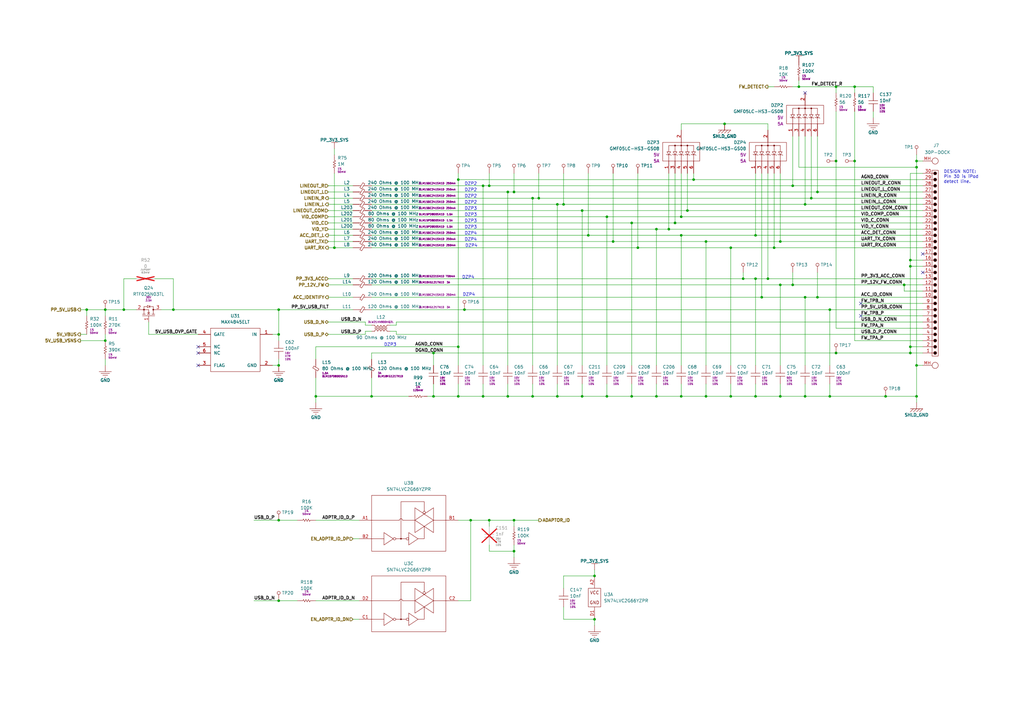
<source format=kicad_sch>
(kicad_sch (version 20231120) (generator "eeschema") (generator_version "8.0")
  (paper "A3")
  (title_block (title "iPod Video Main Board") (date "2025-04-19") (rev "A") (comment 1 "820-1975") (comment 2 "A"))
  (junction (at 269.24 162.56))
  (junction (at 198.12 76.2))
  (junction (at 43.18 139.7))
  (junction (at 137.16 101.6))
  (junction (at 177.8 144.78))
  (junction (at 187.96 162.56))
  (junction (at 114.3 246.38))
  (junction (at 375.92 66.04))
  (junction (at 261.62 101.6))
  (junction (at 241.3 96.52))
  (junction (at 190.5 127))
  (junction (at 50.8 127))
  (junction (at 309.88 96.52))
  (junction (at 342.9 35.56))
  (junction (at 35.56 127))
  (junction (at 335.28 78.74))
  (junction (at 335.28 121.92))
  (junction (at 208.28 78.74))
  (junction (at 231.14 83.82))
  (junction (at 114.3 213.36))
  (junction (at 243.84 254))
  (junction (at 297.18 50.8))
  (junction (at 198.12 162.56))
  (junction (at 373.38 109.22))
  (junction (at 289.56 162.56))
  (junction (at 210.82 78.74))
  (junction (at 210.82 226.06))
  (junction (at 375.92 149.86))
  (junction (at 330.2 83.82))
  (junction (at 218.44 81.28))
  (junction (at 210.82 213.36))
  (junction (at 373.38 142.24))
  (junction (at 220.98 81.28))
  (junction (at 330.2 162.56))
  (junction (at 218.44 162.56))
  (junction (at 43.18 127))
  (junction (at 332.74 81.28))
  (junction (at 342.9 66.04))
  (junction (at 279.4 88.9))
  (junction (at 314.96 114.3))
  (junction (at 325.12 76.2))
  (junction (at 238.76 86.36))
  (junction (at 200.66 76.2))
  (junction (at 248.92 162.56))
  (junction (at 228.6 83.82))
  (junction (at 114.3 127))
  (junction (at 375.92 162.56))
  (junction (at 208.28 162.56))
  (junction (at 259.08 162.56))
  (junction (at 284.48 73.66))
  (junction (at 340.36 127))
  (junction (at 276.86 91.44))
  (junction (at 299.72 101.6))
  (junction (at 71.12 127))
  (junction (at 228.6 162.56))
  (junction (at 248.92 88.9))
  (junction (at 317.5 101.6))
  (junction (at 200.66 213.36))
  (junction (at 320.04 99.06))
  (junction (at 279.4 96.52))
  (junction (at 274.32 93.98))
  (junction (at 187.96 142.24))
  (junction (at 309.88 162.56))
  (junction (at 243.84 236.22))
  (junction (at 342.9 144.78))
  (junction (at 279.4 162.56))
  (junction (at 177.8 162.56))
  (junction (at 340.36 162.56))
  (junction (at 259.08 91.44))
  (junction (at 370.84 116.84))
  (junction (at 375.92 68.58))
  (junction (at 363.22 162.56))
  (junction (at 289.56 99.06))
  (junction (at 320.04 116.84))
  (junction (at 269.24 93.98))
  (junction (at 304.8 114.3))
  (junction (at 312.42 121.92))
  (junction (at 187.96 73.66))
  (junction (at 350.52 35.56))
  (junction (at 114.3 137.16))
  (junction (at 330.2 121.92))
  (junction (at 251.46 99.06))
  (junction (at 299.72 162.56))
  (junction (at 129.54 162.56))
  (junction (at 325.12 116.84))
  (junction (at 193.04 213.36))
  (junction (at 238.76 162.56))
  (junction (at 281.94 86.36))
  (junction (at 373.38 144.78))
  (junction (at 152.4 162.56))
  (junction (at 320.04 162.56))
  (junction (at 114.3 149.86))
  (junction (at 309.88 114.3))
  (junction (at 373.38 106.68))
  (junction (at 350.52 66.04))
  (junction (at 327.66 35.56))
  (no_connect (at 378.46 111.76))
  (no_connect (at 353.06 124.46))
  (no_connect (at 81.28 142.24))
  (no_connect (at 353.06 129.54))
  (no_connect (at 81.28 144.78))
  (no_connect (at 330.2 38.1))
  (no_connect (at 81.28 149.86))
  (no_connect (at 378.46 104.14))
  (wire (pts (xy 279.4 157.48) (xy 279.4 162.56)))
  (wire (pts (xy 375.92 66.04) (xy 375.92 68.58)))
  (wire (pts (xy 228.6 162.56) (xy 218.44 162.56)))
  (wire (pts (xy 152.4 99.06) (xy 251.46 99.06)))
  (wire (pts (xy 129.54 142.24) (xy 129.54 147.32)))
  (wire (pts (xy 340.36 127) (xy 378.46 127)))
  (wire (pts (xy 238.76 86.36) (xy 281.94 86.36)))
  (wire (pts (xy 81.28 137.16) (xy 60.96 137.16)))
  (wire (pts (xy 228.6 83.82) (xy 228.6 149.86)))
  (wire (pts (xy 114.3 127) (xy 144.78 127)))
  (wire (pts (xy 238.76 86.36) (xy 238.76 149.86)))
  (wire (pts (xy 327.66 68.58) (xy 375.92 68.58)))
  (wire (pts (xy 309.88 71.12) (xy 309.88 96.52)))
  (wire (pts (xy 358.14 35.56) (xy 350.52 35.56)))
  (wire (pts (xy 289.56 162.56) (xy 279.4 162.56)))
  (wire (pts (xy 251.46 99.06) (xy 289.56 99.06)))
  (wire (pts (xy 129.54 162.56) (xy 152.4 162.56)))
  (wire (pts (xy 160.02 135.89) (xy 162.56 135.89)))
  (wire (pts (xy 289.56 157.48) (xy 289.56 162.56)))
  (wire (pts (xy 332.74 55.88) (xy 332.74 81.28)))
  (wire (pts (xy 152.4 154.94) (xy 152.4 162.56)))
  (wire (pts (xy 71.12 114.3) (xy 71.12 127)))
  (wire (pts (xy 231.14 236.22) (xy 231.14 241.3)))
  (wire (pts (xy 144.78 83.82) (xy 134.62 83.82)))
  (wire (pts (xy 309.88 157.48) (xy 309.88 162.56)))
  (wire (pts (xy 342.9 134.62) (xy 378.46 134.62)))
  (wire (pts (xy 152.4 81.28) (xy 218.44 81.28)))
  (wire (pts (xy 152.4 93.98) (xy 269.24 93.98)))
  (wire (pts (xy 231.14 236.22) (xy 243.84 236.22)))
  (wire (pts (xy 276.86 91.44) (xy 378.46 91.44)))
  (wire (pts (xy 350.52 139.7) (xy 350.52 66.04)))
  (wire (pts (xy 218.44 157.48) (xy 218.44 162.56)))
  (wire (pts (xy 248.92 88.9) (xy 279.4 88.9)))
  (wire (pts (xy 378.46 66.04) (xy 375.92 66.04)))
  (wire (pts (xy 200.66 213.36) (xy 200.66 215.9)))
  (wire (pts (xy 152.4 96.52) (xy 241.3 96.52)))
  (wire (pts (xy 144.78 254) (xy 147.32 254)))
  (wire (pts (xy 284.48 71.12) (xy 284.48 73.66)))
  (wire (pts (xy 340.36 127) (xy 340.36 149.86)))
  (wire (pts (xy 220.98 71.12) (xy 220.98 81.28)))
  (wire (pts (xy 251.46 71.12) (xy 251.46 99.06)))
  (wire (pts (xy 144.78 91.44) (xy 134.62 91.44)))
  (wire (pts (xy 238.76 162.56) (xy 228.6 162.56)))
  (wire (pts (xy 162.56 137.16) (xy 162.56 135.89)))
  (wire (pts (xy 208.28 149.86) (xy 208.28 78.74)))
  (wire (pts (xy 299.72 101.6) (xy 299.72 149.86)))
  (wire (pts (xy 152.4 83.82) (xy 228.6 83.82)))
  (wire (pts (xy 200.66 71.12) (xy 200.66 76.2)))
  (wire (pts (xy 325.12 55.88) (xy 325.12 76.2)))
  (wire (pts (xy 309.88 114.3) (xy 314.96 114.3)))
  (wire (pts (xy 43.18 127) (xy 50.8 127)))
  (wire (pts (xy 279.4 162.56) (xy 269.24 162.56)))
  (wire (pts (xy 279.4 71.12) (xy 279.4 88.9)))
  (wire (pts (xy 208.28 157.48) (xy 208.28 162.56)))
  (wire (pts (xy 314.96 53.34) (xy 314.96 50.8)))
  (wire (pts (xy 187.96 71.12) (xy 187.96 73.66)))
  (wire (pts (xy 274.32 93.98) (xy 378.46 93.98)))
  (wire (pts (xy 342.9 45.72) (xy 342.9 66.04)))
  (wire (pts (xy 114.3 149.86) (xy 114.3 147.32)))
  (wire (pts (xy 259.08 162.56) (xy 248.92 162.56)))
  (wire (pts (xy 320.04 116.84) (xy 320.04 149.86)))
  (wire (pts (xy 259.08 91.44) (xy 276.86 91.44)))
  (wire (pts (xy 325.12 111.76) (xy 325.12 116.84)))
  (wire (pts (xy 55.88 114.3) (xy 50.8 114.3)))
  (wire (pts (xy 297.18 50.8) (xy 314.96 50.8)))
  (wire (pts (xy 312.42 71.12) (xy 312.42 121.92)))
  (wire (pts (xy 378.46 119.38) (xy 370.84 119.38)))
  (wire (pts (xy 299.72 157.48) (xy 299.72 162.56)))
  (wire (pts (xy 35.56 127) (xy 43.18 127)))
  (wire (pts (xy 375.92 149.86) (xy 375.92 162.56)))
  (wire (pts (xy 114.3 246.38) (xy 121.92 246.38)))
  (wire (pts (xy 43.18 149.86) (xy 43.18 147.32)))
  (wire (pts (xy 314.96 71.12) (xy 314.96 114.3)))
  (wire (pts (xy 261.62 71.12) (xy 261.62 101.6)))
  (wire (pts (xy 370.84 116.84) (xy 370.84 119.38)))
  (wire (pts (xy 144.78 93.98) (xy 134.62 93.98)))
  (wire (pts (xy 375.92 68.58) (xy 375.92 149.86)))
  (wire (pts (xy 193.04 213.36) (xy 200.66 213.36)))
  (wire (pts (xy 330.2 157.48) (xy 330.2 162.56)))
  (wire (pts (xy 332.74 81.28) (xy 378.46 81.28)))
  (wire (pts (xy 152.4 133.35) (xy 149.86 133.35)))
  (wire (pts (xy 152.4 88.9) (xy 248.92 88.9)))
  (wire (pts (xy 309.88 96.52) (xy 378.46 96.52)))
  (wire (pts (xy 325.12 116.84) (xy 370.84 116.84)))
  (wire (pts (xy 375.92 162.56) (xy 363.22 162.56)))
  (wire (pts (xy 33.02 139.7) (xy 43.18 139.7)))
  (wire (pts (xy 259.08 157.48) (xy 259.08 162.56)))
  (wire (pts (xy 71.12 127) (xy 114.3 127)))
  (wire (pts (xy 200.66 226.06) (xy 210.82 226.06)))
  (wire (pts (xy 152.4 114.3) (xy 304.8 114.3)))
  (wire (pts (xy 335.28 121.92) (xy 378.46 121.92)))
  (wire (pts (xy 134.62 99.06) (xy 144.78 99.06)))
  (wire (pts (xy 220.98 81.28) (xy 332.74 81.28)))
  (wire (pts (xy 187.96 162.56) (xy 177.8 162.56)))
  (wire (pts (xy 144.78 88.9) (xy 134.62 88.9)))
  (wire (pts (xy 259.08 91.44) (xy 259.08 149.86)))
  (wire (pts (xy 304.8 114.3) (xy 309.88 114.3)))
  (wire (pts (xy 134.62 116.84) (xy 144.78 116.84)))
  (wire (pts (xy 320.04 99.06) (xy 378.46 99.06)))
  (wire (pts (xy 134.62 101.6) (xy 137.16 101.6)))
  (wire (pts (xy 210.82 71.12) (xy 210.82 78.74)))
  (wire (pts (xy 210.82 215.9) (xy 210.82 213.36)))
  (wire (pts (xy 373.38 144.78) (xy 373.38 142.24)))
  (wire (pts (xy 187.96 157.48) (xy 187.96 162.56)))
  (wire (pts (xy 208.28 78.74) (xy 210.82 78.74)))
  (wire (pts (xy 152.4 101.6) (xy 261.62 101.6)))
  (wire (pts (xy 220.98 213.36) (xy 210.82 213.36)))
  (wire (pts (xy 187.96 213.36) (xy 193.04 213.36)))
  (wire (pts (xy 218.44 149.86) (xy 218.44 81.28)))
  (wire (pts (xy 378.46 106.68) (xy 373.38 106.68)))
  (wire (pts (xy 193.04 246.38) (xy 187.96 246.38)))
  (wire (pts (xy 241.3 71.12) (xy 241.3 96.52)))
  (wire (pts (xy 210.82 223.52) (xy 210.82 226.06)))
  (wire (pts (xy 111.76 149.86) (xy 114.3 149.86)))
  (wire (pts (xy 378.46 109.22) (xy 373.38 109.22)))
  (wire (pts (xy 269.24 157.48) (xy 269.24 162.56)))
  (wire (pts (xy 358.14 45.72) (xy 358.14 48.26)))
  (wire (pts (xy 309.88 162.56) (xy 299.72 162.56)))
  (wire (pts (xy 340.36 162.56) (xy 330.2 162.56)))
  (wire (pts (xy 60.96 132.08) (xy 60.96 137.16)))
  (wire (pts (xy 144.78 220.98) (xy 147.32 220.98)))
  (wire (pts (xy 137.16 101.6) (xy 144.78 101.6)))
  (wire (pts (xy 327.66 35.56) (xy 342.9 35.56)))
  (wire (pts (xy 327.66 33.02) (xy 327.66 35.56)))
  (wire (pts (xy 210.82 226.06) (xy 210.82 228.6)))
  (wire (pts (xy 177.8 162.56) (xy 177.8 157.48)))
  (wire (pts (xy 33.02 137.16) (xy 35.56 137.16)))
  (wire (pts (xy 299.72 162.56) (xy 289.56 162.56)))
  (wire (pts (xy 129.54 142.24) (xy 187.96 142.24)))
  (wire (pts (xy 137.16 71.12) (xy 137.16 101.6)))
  (wire (pts (xy 152.4 144.78) (xy 177.8 144.78)))
  (wire (pts (xy 114.3 137.16) (xy 111.76 137.16)))
  (wire (pts (xy 378.46 71.12) (xy 373.38 71.12)))
  (wire (pts (xy 187.96 142.24) (xy 187.96 73.66)))
  (wire (pts (xy 149.86 137.16) (xy 149.86 135.89)))
  (wire (pts (xy 330.2 121.92) (xy 330.2 149.86)))
  (wire (pts (xy 335.28 111.76) (xy 335.28 121.92)))
  (wire (pts (xy 317.5 71.12) (xy 317.5 101.6)))
  (wire (pts (xy 325.12 76.2) (xy 378.46 76.2)))
  (wire (pts (xy 320.04 157.48) (xy 320.04 162.56)))
  (wire (pts (xy 231.14 248.92) (xy 231.14 254)))
  (wire (pts (xy 279.4 149.86) (xy 279.4 96.52)))
  (wire (pts (xy 350.52 139.7) (xy 378.46 139.7)))
  (wire (pts (xy 35.56 127) (xy 35.56 129.54)))
  (wire (pts (xy 269.24 93.98) (xy 269.24 149.86)))
  (wire (pts (xy 129.54 246.38) (xy 147.32 246.38)))
  (wire (pts (xy 218.44 162.56) (xy 208.28 162.56)))
  (wire (pts (xy 193.04 213.36) (xy 193.04 246.38)))
  (wire (pts (xy 177.8 144.78) (xy 177.8 149.86)))
  (wire (pts (xy 269.24 162.56) (xy 259.08 162.56)))
  (wire (pts (xy 330.2 121.92) (xy 335.28 121.92)))
  (wire (pts (xy 162.56 132.08) (xy 162.56 133.35)))
  (wire (pts (xy 152.4 76.2) (xy 198.12 76.2)))
  (wire (pts (xy 104.14 213.36) (xy 114.3 213.36)))
  (wire (pts (xy 330.2 55.88) (xy 330.2 83.82)))
  (wire (pts (xy 378.46 124.46) (xy 353.06 124.46)))
  (wire (pts (xy 149.86 135.89) (xy 152.4 135.89)))
  (wire (pts (xy 228.6 157.48) (xy 228.6 162.56)))
  (wire (pts (xy 378.46 129.54) (xy 353.06 129.54)))
  (wire (pts (xy 330.2 162.56) (xy 320.04 162.56)))
  (wire (pts (xy 320.04 116.84) (xy 325.12 116.84)))
  (wire (pts (xy 33.02 127) (xy 35.56 127)))
  (wire (pts (xy 162.56 132.08) (xy 378.46 132.08)))
  (wire (pts (xy 66.04 127) (xy 71.12 127)))
  (wire (pts (xy 289.56 99.06) (xy 320.04 99.06)))
  (wire (pts (xy 187.96 149.86) (xy 187.96 142.24)))
  (wire (pts (xy 187.96 162.56) (xy 198.12 162.56)))
  (wire (pts (xy 243.84 256.54) (xy 243.84 254)))
  (wire (pts (xy 276.86 71.12) (xy 276.86 91.44)))
  (wire (pts (xy 370.84 116.84) (xy 378.46 116.84)))
  (wire (pts (xy 314.96 114.3) (xy 378.46 114.3)))
  (wire (pts (xy 162.56 137.16) (xy 378.46 137.16)))
  (wire (pts (xy 134.62 96.52) (xy 144.78 96.52)))
  (wire (pts (xy 144.78 121.92) (xy 134.62 121.92)))
  (wire (pts (xy 152.4 127) (xy 190.5 127)))
  (wire (pts (xy 152.4 162.56) (xy 167.64 162.56)))
  (wire (pts (xy 144.78 78.74) (xy 134.62 78.74)))
  (wire (pts (xy 218.44 81.28) (xy 220.98 81.28)))
  (wire (pts (xy 378.46 149.86) (xy 375.92 149.86)))
  (wire (pts (xy 160.02 133.35) (xy 162.56 133.35)))
  (wire (pts (xy 320.04 71.12) (xy 320.04 99.06)))
  (wire (pts (xy 200.66 223.52) (xy 200.66 226.06)))
  (wire (pts (xy 325.12 35.56) (xy 327.66 35.56)))
  (wire (pts (xy 152.4 144.78) (xy 152.4 147.32)))
  (wire (pts (xy 281.94 86.36) (xy 378.46 86.36)))
  (wire (pts (xy 241.3 96.52) (xy 279.4 96.52)))
  (wire (pts (xy 284.48 73.66) (xy 378.46 73.66)))
  (wire (pts (xy 261.62 101.6) (xy 299.72 101.6)))
  (wire (pts (xy 152.4 121.92) (xy 312.42 121.92)))
  (wire (pts (xy 269.24 93.98) (xy 274.32 93.98)))
  (wire (pts (xy 152.4 91.44) (xy 259.08 91.44)))
  (wire (pts (xy 231.14 71.12) (xy 231.14 83.82)))
  (wire (pts (xy 312.42 121.92) (xy 330.2 121.92)))
  (wire (pts (xy 210.82 78.74) (xy 335.28 78.74)))
  (wire (pts (xy 299.72 101.6) (xy 317.5 101.6)))
  (wire (pts (xy 373.38 71.12) (xy 373.38 106.68)))
  (wire (pts (xy 231.14 254) (xy 243.84 254)))
  (wire (pts (xy 309.88 114.3) (xy 309.88 149.86)))
  (wire (pts (xy 134.62 132.08) (xy 149.86 132.08)))
  (wire (pts (xy 175.26 162.56) (xy 177.8 162.56)))
  (wire (pts (xy 335.28 78.74) (xy 378.46 78.74)))
  (wire (pts (xy 289.56 99.06) (xy 289.56 149.86)))
  (wire (pts (xy 238.76 157.48) (xy 238.76 162.56)))
  (wire (pts (xy 274.32 71.12) (xy 274.32 93.98)))
  (wire (pts (xy 114.3 137.16) (xy 114.3 139.7)))
  (wire (pts (xy 114.3 127) (xy 114.3 137.16)))
  (wire (pts (xy 342.9 144.78) (xy 373.38 144.78)))
  (wire (pts (xy 114.3 213.36) (xy 121.92 213.36)))
  (wire (pts (xy 137.16 60.96) (xy 137.16 63.5)))
  (wire (pts (xy 144.78 86.36) (xy 134.62 86.36)))
  (wire (pts (xy 248.92 162.56) (xy 238.76 162.56)))
  (wire (pts (xy 43.18 127) (xy 43.18 129.54)))
  (wire (pts (xy 228.6 83.82) (xy 231.14 83.82)))
  (wire (pts (xy 152.4 86.36) (xy 238.76 86.36)))
  (wire (pts (xy 373.38 106.68) (xy 373.38 109.22)))
  (wire (pts (xy 304.8 111.76) (xy 304.8 114.3)))
  (wire (pts (xy 378.46 144.78) (xy 373.38 144.78)))
  (wire (pts (xy 248.92 88.9) (xy 248.92 149.86)))
  (wire (pts (xy 335.28 55.88) (xy 335.28 78.74)))
  (wire (pts (xy 71.12 114.3) (xy 63.5 114.3)))
  (wire (pts (xy 350.52 66.04) (xy 350.52 45.72)))
  (wire (pts (xy 134.62 114.3) (xy 144.78 114.3)))
  (wire (pts (xy 279.4 50.8) (xy 297.18 50.8)))
  (wire (pts (xy 375.92 63.5) (xy 375.92 66.04)))
  (wire (pts (xy 340.36 157.48) (xy 340.36 162.56)))
  (wire (pts (xy 373.38 109.22) (xy 373.38 142.24)))
  (wire (pts (xy 50.8 114.3) (xy 50.8 127)))
  (wire (pts (xy 342.9 66.04) (xy 342.9 134.62)))
  (wire (pts (xy 378.46 142.24) (xy 373.38 142.24)))
  (wire (pts (xy 279.4 88.9) (xy 378.46 88.9)))
  (wire (pts (xy 320.04 162.56) (xy 309.88 162.56)))
  (wire (pts (xy 144.78 76.2) (xy 134.62 76.2)))
  (wire (pts (xy 190.5 127) (xy 340.36 127)))
  (wire (pts (xy 43.18 137.16) (xy 43.18 139.7)))
  (wire (pts (xy 149.86 133.35) (xy 149.86 132.08)))
  (wire (pts (xy 144.78 81.28) (xy 134.62 81.28)))
  (wire (pts (xy 152.4 78.74) (xy 208.28 78.74)))
  (wire (pts (xy 198.12 76.2) (xy 200.66 76.2)))
  (wire (pts (xy 208.28 162.56) (xy 198.12 162.56)))
  (wire (pts (xy 210.82 213.36) (xy 200.66 213.36)))
  (wire (pts (xy 129.54 162.56) (xy 129.54 165.1)))
  (wire (pts (xy 200.66 76.2) (xy 325.12 76.2)))
  (wire (pts (xy 187.96 73.66) (xy 284.48 73.66)))
  (wire (pts (xy 281.94 71.12) (xy 281.94 86.36)))
  (wire (pts (xy 342.9 35.56) (xy 342.9 38.1)))
  (wire (pts (xy 350.52 38.1) (xy 350.52 35.56)))
  (wire (pts (xy 55.88 127) (xy 50.8 127)))
  (wire (pts (xy 358.14 38.1) (xy 358.14 35.56)))
  (wire (pts (xy 198.12 157.48) (xy 198.12 162.56)))
  (wire (pts (xy 363.22 162.56) (xy 340.36 162.56)))
  (wire (pts (xy 129.54 154.94) (xy 129.54 162.56)))
  (wire (pts (xy 248.92 157.48) (xy 248.92 162.56)))
  (wire (pts (xy 152.4 116.84) (xy 320.04 116.84)))
  (wire (pts (xy 279.4 50.8) (xy 279.4 53.34)))
  (wire (pts (xy 104.14 246.38) (xy 114.3 246.38)))
  (wire (pts (xy 327.66 55.88) (xy 327.66 68.58)))
  (wire (pts (xy 350.52 35.56) (xy 342.9 35.56)))
  (wire (pts (xy 198.12 76.2) (xy 198.12 149.86)))
  (wire (pts (xy 317.5 101.6) (xy 378.46 101.6)))
  (wire (pts (xy 243.84 233.68) (xy 243.84 236.22)))
  (wire (pts (xy 177.8 144.78) (xy 342.9 144.78)))
  (wire (pts (xy 134.62 137.16) (xy 149.86 137.16)))
  (wire (pts (xy 231.14 83.82) (xy 330.2 83.82)))
  (wire (pts (xy 314.96 35.56) (xy 317.5 35.56)))
  (wire (pts (xy 279.4 96.52) (xy 309.88 96.52)))
  (wire (pts (xy 375.92 162.56) (xy 375.92 165.1)))
  (wire (pts (xy 129.54 213.36) (xy 147.32 213.36)))
  (wire (pts (xy 330.2 83.82) (xy 378.46 83.82)))
  (text_box "DESIGN NOTE:\nPin 30 is iPod detect line." (at 386.08 68.58 0) (size 22.86 5.08) (stroke (width -0.0001)) (effects (font (size 1.27 1.27)) (justify left top)))
  (text_box "" (at 198.12 73.66 0) (size 0 0) (effects (font (size 1.27 1.27))))
  (text "DZP2" (at 190.5 76.2 0) (effects (font (size 1.27 1.27)) (justify left bottom)))
  (text "DZP4" (at 190.5 96.52 0) (effects (font (size 1.27 1.27)) (justify left bottom)))
  (text "DZP2" (at 190.5 83.82 0) (effects (font (size 1.27 1.27)) (justify left bottom)))
  (text "DZP3" (at 190.5 91.44 0) (effects (font (size 1.27 1.27)) (justify left bottom)))
  (text "DZP3" (at 190.5 86.36 0) (effects (font (size 1.27 1.27)) (justify left bottom)))
  (text "DZP4" (at 190.754 101.6 0) (effects (font (size 1.27 1.27)) (justify left bottom)))
  (text "DZP3" (at 190.5 88.9 0) (effects (font (size 1.27 1.27)) (justify left bottom)))
  (text "DZP4" (at 190.5 99.06 0) (effects (font (size 1.27 1.27)) (justify left bottom)))
  (text "DZP2" (at 190.5 81.28 0) (effects (font (size 1.27 1.27)) (justify left bottom)))
  (text "DZP2" (at 190.5 78.74 0) (effects (font (size 1.27 1.27)) (justify left bottom)))
  (text "DZP4" (at 189.484 114.554 0) (effects (font (size 1.27 1.27)) (justify left bottom)))
  (text "DZP3" (at 190.5 93.98 0) (effects (font (size 1.27 1.27)) (justify left bottom)))
  (text "DZP4" (at 189.738 121.666 0) (effects (font (size 1.27 1.27)) (justify left bottom)))
  (text "DZP3" (at 157.48 142.24 0) (effects (font (size 1.27 1.27)) (justify left bottom)))
  (label "USB_D_N" (at 104.14 246.38 0) (effects (font (thickness 0.254) (bold yes))))
  (label "USB_D_N_CONN" (at 353.06 132.08 0) (effects (font (thickness 0.254) (bold yes))))
  (label "AGND_CONN" (at 170.18 142.24 0) (effects (font (thickness 0.254) (bold yes))))
  (label "DGND_CONN" (at 170.18 144.78 0) (effects (font (thickness 0.254) (bold yes))))
  (label "FW_TPA_P" (at 353.06 139.7 0) (effects (font (thickness 0.254) (bold yes))))
  (label "5V_USB_OVP_GATE" (at 63.5 137.16 0) (effects (font (thickness 0.254) (bold yes))))
  (label "PP_5V_USB_CONN" (at 353.06 127 0) (effects (font (thickness 0.254) (bold yes))))
  (label "UART_RX_CONN" (at 353.06 101.6 0) (effects (font (thickness 0.254) (bold yes))))
  (label "ACC_ID_CONN" (at 353.06 121.92 0) (effects (font (thickness 0.254) (bold yes))))
  (label "VID_Y_CONN" (at 353.06 93.98 0) (effects (font (thickness 0.254) (bold yes))))
  (label "UART_TX_CONN" (at 353.06 99.06 0) (effects (font (thickness 0.254) (bold yes))))
  (label "PP_5V_USB_FILT" (at 119.38 127 0) (effects (font (thickness 0.254) (bold yes))))
  (label "ADPTR_ID_D_P" (at 132.08 213.36 0) (effects (font (thickness 0.254) (bold yes))))
  (label "LINEIN_L_CONN" (at 353.06 83.82 0) (effects (font (thickness 0.254) (bold yes))))
  (label "FW_TPB_P" (at 353.06 129.54 0) (effects (font (thickness 0.254) (bold yes))))
  (label "USB_D_N" (at 139.7 132.08 0) (effects (font (thickness 0.254) (bold yes))))
  (label "PP_3V3_ACC_CONN" (at 353.06 114.3 0) (effects (font (thickness 0.254) (bold yes))))
  (label "AGND_CONN" (at 353.06 73.66 0) (effects (font (thickness 0.254) (bold yes))))
  (label "PP_12V_FW_CONN" (at 353.06 116.84 0) (effects (font (thickness 0.254) (bold yes))))
  (label "VID_COMP_CONN" (at 353.06 88.9 0) (effects (font (thickness 0.254) (bold yes))))
  (label "USB_D_P_CONN" (at 353.06 137.16 0) (effects (font (thickness 0.254) (bold yes))))
  (label "VID_C_CONN" (at 353.06 91.44 0) (effects (font (thickness 0.254) (bold yes))))
  (label "ADPTR_ID_D_N" (at 132.08 246.38 0) (effects (font (thickness 0.254) (bold yes))))
  (label "FW_TPA_N" (at 353.06 134.62 0) (effects (font (thickness 0.254) (bold yes))))
  (label "USB_D_P" (at 104.14 213.36 0) (effects (font (thickness 0.254) (bold yes))))
  (label "FW_TPB_N" (at 353.06 124.46 0) (effects (font (thickness 0.254) (bold yes))))
  (label "LINEOUT_R_CONN" (at 353.06 76.2 0) (effects (font (thickness 0.254) (bold yes))))
  (label "FW_DETECT_R" (at 332.74 35.56 0) (effects (font (thickness 0.254) (bold yes))))
  (label "LINEOUT_L_CONN" (at 353.06 78.74 0) (effects (font (thickness 0.254) (bold yes))))
  (label "LINEIN_R_CONN" (at 353.06 81.28 0) (effects (font (thickness 0.254) (bold yes))))
  (label "ACC_DET_CONN" (at 353.06 96.52 0) (effects (font (thickness 0.254) (bold yes))))
  (label "LINEOUT_COM_CONN" (at 353.06 86.36 0) (effects (font (thickness 0.254) (bold yes))))
  (label "USB_D_P" (at 139.7 137.16 0) (effects (font (thickness 0.254) (bold yes))))
  (hierarchical_label "PP_5V_USB" (shape output) (at 33.02 127 180) (effects (font (bold yes))))
  (hierarchical_label "USB_D_N" (shape bidirectional) (at 134.62 132.08 180) (effects (font (thickness 0.254) (bold yes))))
  (hierarchical_label "ACC_IDENTIFY" (shape output) (at 134.62 121.92 180) (effects (font (bold yes))))
  (hierarchical_label "LINEIN_L" (shape output) (at 134.62 83.82 180) (effects (font (bold yes))))
  (hierarchical_label "VID_C" (shape input) (at 134.62 91.44 180) (effects (font (bold yes))))
  (hierarchical_label "EN_ADPTR_ID_DP" (shape input) (at 144.78 220.98 180) (effects (font (thickness 0.254) (bold yes))))
  (hierarchical_label "USB_D_P" (shape bidirectional) (at 134.62 137.16 180) (effects (font (thickness 0.254) (bold yes))))
  (hierarchical_label "5V_VBUS" (shape output) (at 33.02 137.16 180) (effects (font (bold yes))))
  (hierarchical_label "LINEOUT_R" (shape input) (at 134.62 76.2 180) (effects (font (bold yes))))
  (hierarchical_label "VID_COMP" (shape input) (at 134.62 88.9 180) (effects (font (bold yes))))
  (hierarchical_label "PP_3V3_ACC" (shape input) (at 134.62 114.3 180) (effects (font (thickness 0.254) (bold yes))))
  (hierarchical_label "ADAPTOR_ID" (shape output) (at 220.98 213.36 0) (effects (font (bold yes))))
  (hierarchical_label "ACC_DET_L" (shape output) (at 134.62 96.52 180) (effects (font (bold yes))))
  (hierarchical_label "LINEOUT_L" (shape input) (at 134.62 78.74 180) (effects (font (bold yes))))
  (hierarchical_label "LINEIN_R" (shape output) (at 134.62 81.28 180) (effects (font (bold yes))))
  (hierarchical_label "LINEOUT_COM" (shape input) (at 134.62 86.36 180) (effects (font (bold yes))))
  (hierarchical_label "VID_Y" (shape input) (at 134.62 93.98 180) (effects (font (bold yes))))
  (hierarchical_label "UART_TX" (shape input) (at 134.62 99.06 180) (effects (font (bold yes))))
  (hierarchical_label "UART_RX" (shape output) (at 134.62 101.6 180) (effects (font (bold yes))))
  (hierarchical_label "5V_USB_VSNS" (shape output) (at 33.02 139.7 180) (effects (font (bold yes))))
  (hierarchical_label "FW_DETECT" (shape output) (at 314.96 35.56 180) (effects (font (thickness 0.254) (bold yes))))
  (hierarchical_label "EN_ADPTR_ID_DN" (shape input) (at 144.78 254 180) (effects (font (thickness 0.254) (bold yes))))
  (hierarchical_label "PP_12V_FW" (shape output) (at 134.62 116.84 180) (effects (font (bold yes))))
  (symbol (lib_id "820-1975:Capacitors-0201/CAP-0201-000005") (at 279.4 149.86 0) (unit 1)
    (property "Reference" "C68" (at 281.94 150.495 0) (effects (justify left)))
    (property "Value" "10nF" (at 281.94 153.035 0) (effects (justify left)))
    (property "Footprint" "820-1975_Footprints:MLCC-0201" (effects (hide yes)))
    (property "Voltage" "10V" (at 281.94 154.94 0) (effects (font (size 0.762 0.762)) (justify left)))
    (property "Dielectric" "X7R" (at 281.94 156.21 0) (effects (font (size 0.762 0.762)) (justify left)))
    (property "Tolerance" "10%" (at 281.94 157.48 0) (effects (font (size 0.762 0.762)) (justify left)))
    (property "Manufacturer" "Murata" (effects (hide yes)))
    (property "Manufacturer Part Number" "GRM033R71A103KA01D" (effects (hide yes)))
  )
  (symbol (lib_id "820-1975:PCB Components/TP-000000") (at 43.18 127 0) (unit 1)
    (property "Reference" "TP15" (at 44.45 123.825 0) (effects (justify left)))
    (property "Value" "TP" (effects (hide yes)))
    (property "Footprint" "820-1975_Footprints:TP-SMT" (effects (hide yes)))
    (property "Description" "TESTPOINT SMT" (effects (hide yes)))
  )
  (symbol (lib_id "820-1975:Capacitors-0201/CAP-0201-000005") (at 231.14 241.3 0) (unit 1)
    (property "Reference" "C147" (at 233.68 241.935 0) (effects (justify left)))
    (property "Value" "10nF" (at 233.68 244.475 0) (effects (justify left)))
    (property "Footprint" "820-1975_Footprints:MLCC-0201" (effects (hide yes)))
    (property "Voltage" "10V" (at 233.68 246.38 0) (effects (font (size 0.762 0.762)) (justify left)))
    (property "Dielectric" "X7R" (at 233.68 247.65 0) (effects (font (size 0.762 0.762)) (justify left)))
    (property "Tolerance" "10%" (at 233.68 248.92 0) (effects (font (size 0.762 0.762)) (justify left)))
    (property "Manufacturer" "Murata" (effects (hide yes)))
    (property "Manufacturer Part Number" "GRM033R71A103KA01D" (effects (hide yes)))
  )
  (symbol (lib_id "820-1975_Symbols:VCC") (at 137.16 60.96 0) (unit 1) (in_bom no) (on_board no)
    (property "Reference" "#PWR0183" (effects (hide yes)))
    (property "Value" "PP_3V3_SYS" (at 137.16 57.404 0) (effects (font (bold yes))))
    (property "Description" "Power Port Symbol" (effects (hide yes)))
  )
  (symbol (lib_id "820-1975:Capacitors-0201/CAP-0201-000005") (at 187.96 149.86 0) (unit 1)
    (property "Reference" "C74" (at 190.5 150.495 0) (effects (justify left)))
    (property "Value" "10nF" (at 190.5 153.035 0) (effects (justify left)))
    (property "Footprint" "820-1975_Footprints:MLCC-0201" (effects (hide yes)))
    (property "Voltage" "10V" (at 190.5 154.94 0) (effects (font (size 0.762 0.762)) (justify left)))
    (property "Dielectric" "X7R" (at 190.5 156.21 0) (effects (font (size 0.762 0.762)) (justify left)))
    (property "Tolerance" "10%" (at 190.5 157.48 0) (effects (font (size 0.762 0.762)) (justify left)))
    (property "Manufacturer" "Murata" (effects (hide yes)))
    (property "Manufacturer Part Number" "GRM033R71A103KA01D" (effects (hide yes)))
  )
  (symbol (lib_id "820-1975:PCB Components/TP-000000") (at 241.3 71.12 0) (unit 1)
    (property "Reference" "TP9" (at 242.57 67.945 0) (effects (justify left)))
    (property "Value" "TP" (effects (hide yes)))
    (property "Footprint" "820-1975_Footprints:TP-SMT" (effects (hide yes)))
    (property "Description" "TESTPOINT SMT" (effects (hide yes)))
  )
  (symbol (lib_id "820-1975:Resistors-0201/RES-0201-000037") (at 137.16 63.5 0) (unit 1)
    (property "Reference" "R75" (at 138.43 64.77 0) (effects (justify left)))
    (property "Value" "1M" (at 138.43 67.31 0) (effects (justify left)))
    (property "Footprint" "820-1975_Footprints:RES-0201" (effects (hide yes)))
    (property "Description" "RES 1M 0201 1% 50MW" (effects (hide yes)))
    (property "Tolerance" "1%" (at 138.43 69.215 0) (effects (font (size 0.762 0.762)) (justify left)))
    (property "Power" "50mW" (at 138.43 70.485 0) (effects (font (size 0.762 0.762)) (justify left)))
    (property "Manufacturer" "Vishay Dale" (effects (hide yes)))
    (property "Manufacturer Part Number" "CRCW02011M00FNED" (effects (hide yes)))
  )
  (symbol (lib_id "820-1975:ICs/IC-000011") (at 152.4 203.2 0) (unit 2)
    (property "Reference" "U3" (at 167.64 198.12 0))
    (property "Value" "SN74LVC2G66YZPR" (at 167.64 200.66 0))
    (property "Footprint" "820-1975_Footprints:TI-R-XBGA-N8" (effects (hide yes)))
    (property "Datasheet" "https://www.ti.com/lit/ds/symlink/sn74lvc2g66.pdf" (effects (hide yes)))
    (property "Manufacturer" "Texas Instruments" (effects (hide yes)))
    (property "Manufacturer Part Number" "SN74LVC2G66YZPR" (effects (hide yes)))
  )
  (symbol (lib_id "820-1975:PCB Components/TP-000000") (at 342.9 66.04 90) (unit 1)
    (property "Reference" "TP2" (at 339.725 63.5 90))
    (property "Value" "TP" (effects (hide yes)))
    (property "Footprint" "820-1975_Footprints:TP-SMT" (effects (hide yes)))
    (property "Description" "TESTPOINT SMT" (effects (hide yes)))
  )
  (symbol (lib_id "820-1975:PCB Components/TP-000000") (at 342.9 144.78 0) (unit 1)
    (property "Reference" "TP17" (at 344.17 141.605 0) (effects (justify left)))
    (property "Value" "TP" (effects (hide yes)))
    (property "Footprint" "820-1975_Footprints:TP-SMT" (effects (hide yes)))
    (property "Description" "TESTPOINT SMT" (effects (hide yes)))
  )
  (symbol (lib_id "820-1975_Symbols:SHLD_GND") (at 375.92 165.1 0) (unit 1) (in_bom no) (on_board no)
    (property "Reference" "#PWR019" (effects (hide yes)))
    (property "Value" "SHLD_GND" (at 375.92 170.18 0) (effects (font (bold yes))))
    (property "Description" "Shield Ground Symbol" (effects (hide yes)))
  )
  (symbol (lib_id "820-1975:PCB Components/TP-000000") (at 363.22 162.56 0) (unit 1)
    (property "Reference" "TP18" (at 364.49 159.385 0) (effects (justify left)))
    (property "Value" "TP" (effects (hide yes)))
    (property "Footprint" "820-1975_Footprints:TP-SMT" (effects (hide yes)))
    (property "Description" "TESTPOINT SMT" (effects (hide yes)))
  )
  (symbol (lib_id "820-1975:Capacitors-0402/CAP-0402-000003") (at 340.36 149.86 0) (unit 1)
    (property "Reference" "C63" (at 342.9 150.495 0) (effects (justify left)))
    (property "Value" "100nF" (at 342.9 153.035 0) (effects (justify left)))
    (property "Footprint" "820-1975_Footprints:MLCC-0402" (effects (hide yes)))
    (property "Voltage" "16V" (at 342.9 154.94 0) (effects (font (size 0.762 0.762)) (justify left)))
    (property "Dielectric" "X7R" (at 342.9 156.21 0) (effects (font (size 0.762 0.762)) (justify left)))
    (property "Tolerance" "10%" (at 342.9 157.48 0) (effects (font (size 0.762 0.762)) (justify left)))
    (property "Manufacturer" "Murata" (effects (hide yes)))
    (property "Manufacturer Part Number" "GCM155R71C104KA55J" (effects (hide yes)))
  )
  (symbol (lib_id "820-1975:Ferrite Beads/FB-000001") (at 144.78 96.52 0) (unit 1)
    (property "Reference" "L6" (at 142.24 95.25 0))
    (property "Value" "240 Ohms @ 100 MHz" (at 161.798 95.25 0))
    (property "Footprint" "820-1975_Footprints:FB-0402" (effects (hide yes)))
    (property "Datasheet" "https://www.murata.com/en-us/products/productdata/8796740059166/ENFA0018.pdf" (effects (hide yes)))
    (property "Description" "FB 240 OHM 250MA BLM15BC241SN1D" (effects (hide yes)))
    (property "Current" "250mA" (at 184.912 95.504 0) (effects (font (size 0.762 0.762))))
    (property "DCR" "700mOhm" (effects (hide yes)))
    (property "Impedance" "240 Ohms @ 100 MHz" (effects (hide yes)))
    (property "Manufacturer" "Murata Electronics" (effects (hide yes)))
    (property "Manufacturer Part Number" "BLM15BC241SN1D" (at 177.038 95.504 0) (effects (font (size 0.762 0.762))))
  )
  (symbol (lib_id "820-1975:PCB Components/TP-000000") (at 335.28 111.76 0) (unit 1)
    (property "Reference" "TP14" (at 336.55 108.585 0) (effects (justify left)))
    (property "Value" "TP" (effects (hide yes)))
    (property "Footprint" "820-1975_Footprints:TP-SMT" (effects (hide yes)))
    (property "Description" "TESTPOINT SMT" (effects (hide yes)))
  )
  (symbol (lib_id "820-1975_Symbols:GND") (at 210.82 228.6 0) (unit 1) (in_bom no) (on_board no)
    (property "Reference" "#PWR048" (effects (hide yes)))
    (property "Value" "GND" (at 210.82 234.696 0) (effects (font (bold yes))))
    (property "Description" "Ground Symbol" (effects (hide yes)))
  )
  (symbol (lib_id "820-1975:Capacitors-0201/CAP-0201-000005") (at 330.2 149.86 0) (unit 1)
    (property "Reference" "C72" (at 332.74 150.495 0) (effects (justify left)))
    (property "Value" "10nF" (at 332.74 153.035 0) (effects (justify left)))
    (property "Footprint" "820-1975_Footprints:MLCC-0201" (effects (hide yes)))
    (property "Voltage" "10V" (at 332.74 154.94 0) (effects (font (size 0.762 0.762)) (justify left)))
    (property "Dielectric" "X7R" (at 332.74 156.21 0) (effects (font (size 0.762 0.762)) (justify left)))
    (property "Tolerance" "10%" (at 332.74 157.48 0) (effects (font (size 0.762 0.762)) (justify left)))
    (property "Manufacturer" "Murata" (effects (hide yes)))
    (property "Manufacturer Part Number" "GRM033R71A103KA01D" (effects (hide yes)))
  )
  (symbol (lib_id "820-1975_Symbols:GND") (at 243.84 256.54 0) (unit 1) (in_bom no) (on_board no)
    (property "Reference" "#PWR089" (effects (hide yes)))
    (property "Value" "GND" (at 243.84 262.636 0) (effects (font (bold yes))))
    (property "Description" "Ground Symbol" (effects (hide yes)))
  )
  (symbol (lib_id "820-1975:Resistors-0201/RES-0201-000030") (at 121.92 213.36 90) (unit 1)
    (property "Reference" "R16" (at 125.73 205.74 90))
    (property "Value" "100K" (at 125.73 208.28 90))
    (property "Footprint" "820-1975_Footprints:RES-0201" (effects (hide yes)))
    (property "Tolerance" "1%" (at 125.73 209.55 90) (effects (font (size 0.762 0.762))))
    (property "Power" "50mW" (at 125.73 210.82 90) (effects (font (size 0.762 0.762))))
    (property "Manufacturer" "Vishay Dale" (effects (hide yes)))
    (property "Manufacturer Part Number" "CRCW0201100KFNED" (effects (hide yes)))
  )
  (symbol (lib_id "820-1975:Capacitors-0201/CAP-0201-000005") (at 177.8 149.86 0) (unit 1)
    (property "Reference" "C76" (at 180.34 150.495 0) (effects (justify left)))
    (property "Value" "10nF" (at 180.34 153.035 0) (effects (justify left)))
    (property "Footprint" "820-1975_Footprints:MLCC-0201" (effects (hide yes)))
    (property "Voltage" "10V" (at 180.34 154.94 0) (effects (font (size 0.762 0.762)) (justify left)))
    (property "Dielectric" "X7R" (at 180.34 156.21 0) (effects (font (size 0.762 0.762)) (justify left)))
    (property "Tolerance" "10%" (at 180.34 157.48 0) (effects (font (size 0.762 0.762)) (justify left)))
    (property "Manufacturer" "Murata" (effects (hide yes)))
    (property "Manufacturer Part Number" "GRM033R71A103KA01D" (effects (hide yes)))
  )
  (symbol (lib_id "820-1975_Symbols:GND") (at 43.18 149.86 0) (unit 1) (in_bom no) (on_board no)
    (property "Reference" "#PWR018" (effects (hide yes)))
    (property "Value" "GND" (at 43.18 155.956 0) (effects (font (bold yes))))
    (property "Description" "Ground Symbol" (effects (hide yes)))
  )
  (symbol (lib_id "820-1975:PCB Components/TP-000000") (at 261.62 71.12 0) (unit 1)
    (property "Reference" "TP11" (at 262.89 67.945 0) (effects (justify left)))
    (property "Value" "TP" (effects (hide yes)))
    (property "Footprint" "820-1975_Footprints:TP-SMT" (effects (hide yes)))
    (property "Description" "TESTPOINT SMT" (effects (hide yes)))
  )
  (symbol (lib_id "820-1975:Capacitors-0201/CAP-0201-000005") (at 289.56 149.86 0) (unit 1)
    (property "Reference" "C69" (at 292.1 150.495 0) (effects (justify left)))
    (property "Value" "10nF" (at 292.1 153.035 0) (effects (justify left)))
    (property "Footprint" "820-1975_Footprints:MLCC-0201" (effects (hide yes)))
    (property "Voltage" "10V" (at 292.1 154.94 0) (effects (font (size 0.762 0.762)) (justify left)))
    (property "Dielectric" "X7R" (at 292.1 156.21 0) (effects (font (size 0.762 0.762)) (justify left)))
    (property "Tolerance" "10%" (at 292.1 157.48 0) (effects (font (size 0.762 0.762)) (justify left)))
    (property "Manufacturer" "Murata" (effects (hide yes)))
    (property "Manufacturer Part Number" "GRM033R71A103KA01D" (effects (hide yes)))
  )
  (symbol (lib_id "820-1975:PCB Components/TP-000000") (at 200.66 71.12 0) (unit 1)
    (property "Reference" "TP5" (at 201.93 67.945 0) (effects (justify left)))
    (property "Value" "TP" (effects (hide yes)))
    (property "Footprint" "820-1975_Footprints:TP-SMT" (effects (hide yes)))
    (property "Description" "TESTPOINT SMT" (effects (hide yes)))
  )
  (symbol (lib_id "820-1975:Ferrite Beads/FB-000001") (at 144.78 78.74 0) (unit 1)
    (property "Reference" "L3" (at 142.24 77.47 0))
    (property "Value" "240 Ohms @ 100 MHz" (at 161.798 77.47 0))
    (property "Footprint" "820-1975_Footprints:FB-0402" (effects (hide yes)))
    (property "Datasheet" "https://www.murata.com/en-us/products/productdata/8796740059166/ENFA0018.pdf" (effects (hide yes)))
    (property "Description" "FB 240 OHM 250MA BLM15BC241SN1D" (effects (hide yes)))
    (property "Current" "250mA" (at 184.912 77.724 0) (effects (font (size 0.762 0.762))))
    (property "DCR" "700mOhm" (effects (hide yes)))
    (property "Impedance" "240 Ohms @ 100 MHz" (effects (hide yes)))
    (property "Manufacturer" "Murata Electronics" (effects (hide yes)))
    (property "Manufacturer Part Number" "BLM15BC241SN1D" (at 177.038 77.724 0) (effects (font (size 0.762 0.762))))
  )
  (symbol (lib_id "820-1975:PCB Components/TP-000000") (at 114.3 213.36 0) (unit 1)
    (property "Reference" "TP19" (at 115.57 210.185 0) (effects (justify left)))
    (property "Value" "TP" (effects (hide yes)))
    (property "Footprint" "820-1975_Footprints:TP-SMT" (effects (hide yes)))
    (property "Description" "TESTPOINT SMT" (effects (hide yes)))
  )
  (symbol (lib_id "820-1975:PCB Components/TP-000000") (at 325.12 111.76 0) (unit 1)
    (property "Reference" "TP13" (at 326.39 108.585 0) (effects (justify left)))
    (property "Value" "TP" (effects (hide yes)))
    (property "Footprint" "820-1975_Footprints:TP-SMT" (effects (hide yes)))
    (property "Description" "TESTPOINT SMT" (effects (hide yes)))
  )
  (symbol (lib_id "820-1975:PCB Components/TP-000000") (at 210.82 71.12 0) (unit 1)
    (property "Reference" "TP6" (at 212.09 67.945 0) (effects (justify left)))
    (property "Value" "TP" (effects (hide yes)))
    (property "Footprint" "820-1975_Footprints:TP-SMT" (effects (hide yes)))
    (property "Description" "TESTPOINT SMT" (effects (hide yes)))
  )
  (symbol (lib_id "820-1975:Transistors/Q-000001") (at 66.04 127 270) (mirror x) (unit 1)
    (property "Reference" "Q24" (at 60.96 118.11 90))
    (property "Value" "RTF025N03TL" (at 60.96 120.65 90))
    (property "Footprint" "820-1975_Footprints:ROHM-SOT-323T" (effects (hide yes)))
    (property "Datasheet" "https://fscdn.rohm.com/en/products/databook/datasheet/discrete/transistor/mosfet/rtf025n03tl-e.pdf" (effects (hide yes)))
    (property "Voltage" "30V" (at 60.96 121.92 90) (effects (font (size 0.762 0.762))))
    (property "Current" "2.5A" (at 60.96 123.19 90) (effects (font (size 0.762 0.762))))
    (property "Manufacturer" "Rohm Semiconductor" (effects (hide yes)))
    (property "Manufacturer Part Number" "RTF025N03TL" (effects (hide yes)))
    (property "Type" "NCH" (effects (hide yes)))
  )
  (symbol (lib_id "820-1975:Ferrite Beads/FB-000001") (at 144.78 76.2 0) (unit 1)
    (property "Reference" "L2" (at 142.24 74.93 0))
    (property "Value" "240 Ohms @ 100 MHz" (at 161.798 74.93 0))
    (property "Footprint" "820-1975_Footprints:FB-0402" (effects (hide yes)))
    (property "Datasheet" "https://www.murata.com/en-us/products/productdata/8796740059166/ENFA0018.pdf" (effects (hide yes)))
    (property "Description" "FB 240 OHM 250MA BLM15BC241SN1D" (effects (hide yes)))
    (property "Current" "250mA" (at 184.912 75.184 0) (effects (font (size 0.762 0.762))))
    (property "DCR" "700mOhm" (effects (hide yes)))
    (property "Impedance" "240 Ohms @ 100 MHz" (effects (hide yes)))
    (property "Manufacturer" "Murata Electronics" (effects (hide yes)))
    (property "Manufacturer Part Number" "BLM15BC241SN1D" (at 177.038 75.184 0) (effects (font (size 0.762 0.762))))
  )
  (symbol (lib_id "820-1975:PCB Components/TP-000000") (at 251.46 71.12 0) (unit 1)
    (property "Reference" "TP10" (at 252.73 67.945 0) (effects (justify left)))
    (property "Value" "TP" (effects (hide yes)))
    (property "Footprint" "820-1975_Footprints:TP-SMT" (effects (hide yes)))
    (property "Description" "TESTPOINT SMT" (effects (hide yes)))
  )
  (symbol (lib_id "820-1975:Capacitors-0603/CAP-0603-000000") (at 320.04 149.86 0) (unit 1)
    (property "Reference" "C75" (at 322.58 150.495 0) (effects (justify left)))
    (property "Value" "10nF" (at 322.58 153.035 0) (effects (justify left)))
    (property "Footprint" "820-1975_Footprints:MLCC-0603" (effects (hide yes)))
    (property "Voltage" "50V" (at 322.58 154.94 0) (effects (font (size 0.762 0.762)) (justify left)))
    (property "Dielectric" "X7R" (at 322.58 156.21 0) (effects (font (size 0.762 0.762)) (justify left)))
    (property "Tolerance" "10%" (at 322.58 157.48 0) (effects (font (size 0.762 0.762)) (justify left)))
    (property "Manufacturer" "Murata" (effects (hide yes)))
    (property "Manufacturer Part Number" "GCM188R71H103KA37D" (effects (hide yes)))
  )
  (symbol (lib_id "820-1975:Ferrite Beads/FB-000002") (at 144.78 91.44 0) (unit 1)
    (property "Reference" "L201" (at 142.24 90.17 0))
    (property "Value" "80 Ohms @ 100 MHz" (at 161.29 90.17 0))
    (property "Footprint" "820-1975_Footprints:FB-0402" (effects (hide yes)))
    (property "Datasheet" "https://www.murata.com/en-us/products/productdata/8796740059166/ENFA0018.pdf" (effects (hide yes)))
    (property "Description" "FB 80 OHM 1.5A BLM15PD800SN1D" (effects (hide yes)))
    (property "Current" "1.5A" (at 184.404 90.424 0) (effects (font (size 0.762 0.762))))
    (property "DCR" "70mOhm" (effects (hide yes)))
    (property "Impedance" "80 Ohms @ 100 MHz" (effects (hide yes)))
    (property "Manufacturer" "Murata Electronics" (effects (hide yes)))
    (property "Manufacturer Part Number" "BLM15PD800SN1D" (at 177.038 90.424 0) (effects (font (size 0.762 0.762))))
  )
  (symbol (lib_id "820-1975:Ferrite Beads/FB-000000") (at 144.78 114.3 0) (unit 1)
    (property "Reference" "L9" (at 142.24 113.03 0))
    (property "Value" "220 Ohms @ 100 MHz" (at 161.798 113.03 0))
    (property "Footprint" "820-1975_Footprints:FB-0402" (effects (hide yes)))
    (property "Datasheet" "https://www.murata.com/en-us/products/productdata/8796750970910/ENFA0023.pdf" (effects (hide yes)))
    (property "Description" "FB 220 OHM 700MA BLM15EG221SN1D" (effects (hide yes)))
    (property "Current" "700mA" (at 184.658 113.284 0) (effects (font (size 0.762 0.762))))
    (property "DCR" "280mOhm" (effects (hide yes)))
    (property "Impedance" "220 Ohms @ 100 MHz" (effects (hide yes)))
    (property "Manufacturer" "Murata Electronics" (effects (hide yes)))
    (property "Manufacturer Part Number" "BLM15EG221SN1D" (at 177.038 113.284 0) (effects (font (size 0.762 0.762))))
  )
  (symbol (lib_id "820-1975:Capacitors-0201/CAP-0201-000005") (at 358.14 38.1 0) (unit 1)
    (property "Reference" "C137" (at 360.68 38.735 0) (effects (justify left)))
    (property "Value" "10nF" (at 360.68 41.275 0) (effects (justify left)))
    (property "Footprint" "820-1975_Footprints:MLCC-0201" (effects (hide yes)))
    (property "Voltage" "10V" (at 360.68 43.18 0) (effects (font (size 0.762 0.762)) (justify left)))
    (property "Dielectric" "X7R" (at 360.68 44.45 0) (effects (font (size 0.762 0.762)) (justify left)))
    (property "Tolerance" "10%" (at 360.68 45.72 0) (effects (font (size 0.762 0.762)) (justify left)))
    (property "Manufacturer" "Murata" (effects (hide yes)))
    (property "Manufacturer Part Number" "GRM033R71A103KA01D" (effects (hide yes)))
  )
  (symbol (lib_id "820-1975:Ferrite Beads/FB-000001") (at 144.78 101.6 0) (unit 1)
    (property "Reference" "L8" (at 142.24 100.33 0))
    (property "Value" "240 Ohms @ 100 MHz" (at 161.798 100.33 0))
    (property "Footprint" "820-1975_Footprints:FB-0402" (effects (hide yes)))
    (property "Datasheet" "https://www.murata.com/en-us/products/productdata/8796740059166/ENFA0018.pdf" (effects (hide yes)))
    (property "Description" "FB 240 OHM 250MA BLM15BC241SN1D" (effects (hide yes)))
    (property "Current" "250mA" (at 184.912 100.584 0) (effects (font (size 0.762 0.762))))
    (property "DCR" "700mOhm" (effects (hide yes)))
    (property "Impedance" "240 Ohms @ 100 MHz" (effects (hide yes)))
    (property "Manufacturer" "Murata Electronics" (effects (hide yes)))
    (property "Manufacturer Part Number" "BLM15BC241SN1D" (at 177.038 100.584 0) (effects (font (size 0.762 0.762))))
  )
  (symbol (lib_id "820-1975:Capacitors-0402/CAP-0402-000003") (at 114.3 139.7 0) (unit 1)
    (property "Reference" "C62" (at 116.84 140.335 0) (effects (justify left)))
    (property "Value" "100nF" (at 116.84 142.875 0) (effects (justify left)))
    (property "Footprint" "820-1975_Footprints:MLCC-0402" (effects (hide yes)))
    (property "Voltage" "16V" (at 116.84 144.7799 0) (effects (font (size 0.762 0.762)) (justify left)))
    (property "Dielectric" "X7R" (at 116.84 146.0499 0) (effects (font (size 0.762 0.762)) (justify left)))
    (property "Tolerance" "10%" (at 116.84 147.3199 0) (effects (font (size 0.762 0.762)) (justify left)))
    (property "Manufacturer" "Murata" (effects (hide yes)))
    (property "Manufacturer Part Number" "GCM155R71C104KA55J" (effects (hide yes)))
  )
  (symbol (lib_id "820-1975:Capacitors-0201/CAP-0201-000004") (at 200.66 215.9 0) (unit 1) (dnp yes)
    (property "Reference" "C151" (at 203.2 216.535 0) (effects (justify left)))
    (property "Value" "1nF" (at 203.2 219.075 0) (effects (justify left)))
    (property "Footprint" "820-1975_Footprints:MLCC-0201" (effects (hide yes)))
    (property "Voltage" "25V" (at 203.2 220.98 0) (effects (font (size 0.762 0.762)) (justify left)))
    (property "Dielectric" "X7R" (at 203.2 222.25 0) (effects (font (size 0.762 0.762)) (justify left)))
    (property "Tolerance" "10%" (at 203.2 223.52 0) (effects (font (size 0.762 0.762)) (justify left)))
    (property "Manufacturer" "Murata" (effects (hide yes)))
    (property "Manufacturer Part Number" "GRM033R71E102KA01J" (effects (hide yes)))
  )
  (symbol (lib_id "820-1975:Resistors-0201/RES-0201-000034") (at 43.18 129.54 0) (unit 1)
    (property "Reference" "R11" (at 44.45 130.81 0) (effects (justify left)))
    (property "Value" "270K" (at 44.45 133.35 0) (effects (justify left)))
    (property "Footprint" "820-1975_Footprints:RES-0201" (effects (hide yes)))
    (property "Tolerance" "1%" (at 44.45 135.255 0) (effects (font (size 0.762 0.762)) (justify left)))
    (property "Power" "50mW" (at 44.45 136.525 0) (effects (font (size 0.762 0.762)) (justify left)))
    (property "Manufacturer" "Vishay Dale" (effects (hide yes)))
    (property "Manufacturer Part Number" "CRCW0201270KFNED" (effects (hide yes)))
  )
  (symbol (lib_id "820-1975:Capacitors-0201/CAP-0201-000005") (at 238.76 149.86 0) (unit 1)
    (property "Reference" "C211" (at 241.3 150.495 0) (effects (justify left)))
    (property "Value" "10nF" (at 241.3 153.035 0) (effects (justify left)))
    (property "Footprint" "820-1975_Footprints:MLCC-0201" (effects (hide yes)))
    (property "Voltage" "10V" (at 241.3 154.94 0) (effects (font (size 0.762 0.762)) (justify left)))
    (property "Dielectric" "X7R" (at 241.3 156.21 0) (effects (font (size 0.762 0.762)) (justify left)))
    (property "Tolerance" "10%" (at 241.3 157.48 0) (effects (font (size 0.762 0.762)) (justify left)))
    (property "Manufacturer" "Murata" (effects (hide yes)))
    (property "Manufacturer Part Number" "GRM033R71A103KA01D" (effects (hide yes)))
  )
  (symbol (lib_id "820-1975:Resistors-0201/RES-0201-000030") (at 121.92 246.38 90) (unit 1)
    (property "Reference" "R118" (at 125.73 238.76 90))
    (property "Value" "100K" (at 125.73 241.3 90))
    (property "Footprint" "820-1975_Footprints:RES-0201" (effects (hide yes)))
    (property "Tolerance" "1%" (at 125.73 242.57 90) (effects (font (size 0.762 0.762))))
    (property "Power" "50mW" (at 125.73 243.84 90) (effects (font (size 0.762 0.762))))
    (property "Manufacturer" "Vishay Dale" (effects (hide yes)))
    (property "Manufacturer Part Number" "CRCW0201100KFNED" (effects (hide yes)))
  )
  (symbol (lib_id "820-1975:Common-Mode Chokes/CMC-000000") (at 152.4 133.35 0) (unit 1)
    (property "Reference" "L12" (at 156.21 130.048 0))
    (property "Value" "90 Ohms @ 100 MHz" (at 156.464 138.43 0))
    (property "Footprint" "820-1975_Footprints:DLW21HNxxxHQ" (effects (hide yes)))
    (property "Datasheet" "https://www.murata.com/en-global/products/productdata/8796762963998/EFLC0024.pdf" (effects (hide yes)))
    (property "Description" "CMC 220MA 90 OHM DLW21HN900HQ2L" (effects (hide yes)))
    (property "Current" "220mA" (effects (hide yes)))
    (property "DCR" "590mOhm" (effects (hide yes)))
    (property "Impedance" "90 Ohms @ 100 MHz" (effects (hide yes)))
    (property "Manufacturer" "Murata Electronics" (effects (hide yes)))
    (property "Manufacturer Part Number" "DLW21HN900HQ2L" (at 156.21 132.08 0) (effects (font (size 0.762 0.762))))
  )
  (symbol (lib_id "820-1975:PCB Components/TP-000000") (at 304.8 111.76 0) (unit 1)
    (property "Reference" "TP12" (at 306.07 108.585 0) (effects (justify left)))
    (property "Value" "TP" (effects (hide yes)))
    (property "Footprint" "820-1975_Footprints:TP-SMT" (effects (hide yes)))
    (property "Description" "TESTPOINT SMT" (effects (hide yes)))
  )
  (symbol (lib_id "820-1975_Symbols:GND") (at 129.54 165.1 0) (unit 1) (in_bom no) (on_board no)
    (property "Reference" "#PWR021" (effects (hide yes)))
    (property "Value" "GND" (at 129.54 171.196 0) (effects (font (bold yes))))
    (property "Description" "Ground Symbol" (effects (hide yes)))
  )
  (symbol (lib_id "820-1975:Capacitors-0201/CAP-0201-000005") (at 218.44 149.86 0) (unit 1)
    (property "Reference" "C66" (at 220.98 150.495 0) (effects (justify left)))
    (property "Value" "10nF" (at 220.98 153.035 0) (effects (justify left)))
    (property "Footprint" "820-1975_Footprints:MLCC-0201" (effects (hide yes)))
    (property "Voltage" "10V" (at 220.98 154.94 0) (effects (font (size 0.762 0.762)) (justify left)))
    (property "Dielectric" "X7R" (at 220.98 156.21 0) (effects (font (size 0.762 0.762)) (justify left)))
    (property "Tolerance" "10%" (at 220.98 157.48 0) (effects (font (size 0.762 0.762)) (justify left)))
    (property "Manufacturer" "Murata" (effects (hide yes)))
    (property "Manufacturer Part Number" "GRM033R71A103KA01D" (effects (hide yes)))
  )
  (symbol (lib_id "820-1975:Resistors-0201/RES-0201-000030") (at 210.82 215.9 0) (unit 1)
    (property "Reference" "R119" (at 212.09 217.17 0) (effects (justify left)))
    (property "Value" "100K" (at 212.09 219.71 0) (effects (justify left)))
    (property "Footprint" "820-1975_Footprints:RES-0201" (effects (hide yes)))
    (property "Tolerance" "1%" (at 212.09 221.615 0) (effects (font (size 0.762 0.762)) (justify left)))
    (property "Power" "50mW" (at 212.09 222.885 0) (effects (font (size 0.762 0.762)) (justify left)))
    (property "Manufacturer" "Vishay Dale" (effects (hide yes)))
    (property "Manufacturer Part Number" "CRCW0201100KFNED" (effects (hide yes)))
  )
  (symbol (lib_id "820-1975:Resistors-0201/RES-0201-000005") (at 342.9 38.1 0) (unit 1)
    (property "Reference" "R120" (at 344.17 39.37 0) (effects (justify left)))
    (property "Value" "56" (at 344.17 41.91 0) (effects (justify left)))
    (property "Footprint" "820-1975_Footprints:RES-0201" (effects (hide yes)))
    (property "Tolerance" "1%" (at 344.17 43.815 0) (effects (font (size 0.762 0.762)) (justify left)))
    (property "Power" "50mW" (at 344.17 45.085 0) (effects (font (size 0.762 0.762)) (justify left)))
    (property "Manufacturer" "Vishay Dale" (effects (hide yes)))
    (property "Manufacturer Part Number" "CRCW020156R0FNED" (effects (hide yes)))
  )
  (symbol (lib_id "820-1975:Ferrite Beads/FB-000002") (at 144.78 93.98 0) (unit 1)
    (property "Reference" "L200" (at 142.24 92.71 0))
    (property "Value" "80 Ohms @ 100 MHz" (at 161.29 92.71 0))
    (property "Footprint" "820-1975_Footprints:FB-0402" (effects (hide yes)))
    (property "Datasheet" "https://www.murata.com/en-us/products/productdata/8796740059166/ENFA0018.pdf" (effects (hide yes)))
    (property "Description" "FB 80 OHM 1.5A BLM15PD800SN1D" (effects (hide yes)))
    (property "Current" "1.5A" (at 184.404 92.964 0) (effects (font (size 0.762 0.762))))
    (property "DCR" "70mOhm" (effects (hide yes)))
    (property "Impedance" "80 Ohms @ 100 MHz" (effects (hide yes)))
    (property "Manufacturer" "Murata Electronics" (effects (hide yes)))
    (property "Manufacturer Part Number" "BLM15PD800SN1D" (at 177.038 92.964 0) (effects (font (size 0.762 0.762))))
  )
  (symbol (lib_id "820-1975:PCB Components/TP-000000") (at 375.92 63.5 0) (mirror y) (unit 1)
    (property "Reference" "TP1" (at 374.65 60.325 0) (effects (justify left)))
    (property "Value" "TP" (effects (hide yes)))
    (property "Footprint" "820-1975_Footprints:TP-SMT" (effects (hide yes)))
    (property "Description" "TESTPOINT SMT" (effects (hide yes)))
  )
  (symbol (lib_id "820-1975_Symbols:GND") (at 114.3 149.86 0) (unit 1) (in_bom no) (on_board no)
    (property "Reference" "#PWR06" (effects (hide yes)))
    (property "Value" "GND" (at 114.3 155.956 0) (effects (font (bold yes))))
    (property "Description" "Ground Symbol" (effects (hide yes)))
  )
  (symbol (lib_id "820-1975:Ferrite Beads/FB-000001") (at 144.78 86.36 0) (unit 1)
    (property "Reference" "L203" (at 142.24 85.09 0))
    (property "Value" "240 Ohms @ 100 MHz" (at 161.798 85.09 0))
    (property "Footprint" "820-1975_Footprints:FB-0402" (effects (hide yes)))
    (property "Datasheet" "https://www.murata.com/en-us/products/productdata/8796740059166/ENFA0018.pdf" (effects (hide yes)))
    (property "Description" "FB 240 OHM 250MA BLM15BC241SN1D" (effects (hide yes)))
    (property "Current" "250mA" (at 184.912 85.344 0) (effects (font (size 0.762 0.762))))
    (property "DCR" "700mOhm" (effects (hide yes)))
    (property "Impedance" "240 Ohms @ 100 MHz" (effects (hide yes)))
    (property "Manufacturer" "Murata Electronics" (effects (hide yes)))
    (property "Manufacturer Part Number" "BLM15BC241SN1D" (at 177.038 85.344 0) (effects (font (size 0.762 0.762))))
  )
  (symbol (lib_id "820-1975:Resistors-0201/RES-0201-000035") (at 43.18 139.7 0) (unit 1)
    (property "Reference" "R5" (at 44.45 140.97 0) (effects (justify left)))
    (property "Value" "390K" (at 44.45 143.51 0) (effects (justify left)))
    (property "Footprint" "820-1975_Footprints:RES-0201" (effects (hide yes)))
    (property "Tolerance" "1%" (at 44.45 145.415 0) (effects (font (size 0.762 0.762)) (justify left)))
    (property "Power" "50mW" (at 44.45 146.685 0) (effects (font (size 0.762 0.762)) (justify left)))
    (property "Manufacturer" "Vishay Dale" (effects (hide yes)))
    (property "Manufacturer Part Number" "CRCW0201390KFNED" (effects (hide yes)))
  )
  (symbol (lib_id "820-1975:Ferrite Beads/FB-000002") (at 129.54 154.94 90) (unit 1)
    (property "Reference" "L15" (at 132.08 148.6027 90) (effects (justify right)))
    (property "Value" "80 Ohms @ 100 MHz" (at 132.08 151.1427 90) (effects (justify right)))
    (property "Footprint" "820-1975_Footprints:FB-0402" (effects (hide yes)))
    (property "Datasheet" "https://www.murata.com/en-us/products/productdata/8796740059166/ENFA0018.pdf" (effects (hide yes)))
    (property "Description" "FB 80 OHM 1.5A BLM15PD800SN1D" (effects (hide yes)))
    (property "Current" "1.5A" (at 132.08 153.0477 90) (effects (font (size 0.762 0.762)) (justify right)))
    (property "DCR" "70mOhm" (effects (hide yes)))
    (property "Impedance" "80 Ohms @ 100 MHz" (effects (hide yes)))
    (property "Manufacturer" "Murata Electronics" (effects (hide yes)))
    (property "Manufacturer Part Number" "BLM15PD800SN1D" (at 132.08 154.3177 90) (effects (font (size 0.762 0.762)) (justify right)))
  )
  (symbol (lib_id "820-1975:Capacitors-0201/CAP-0201-000005") (at 228.6 149.86 0) (unit 1)
    (property "Reference" "C67" (at 231.14 150.495 0) (effects (justify left)))
    (property "Value" "10nF" (at 231.14 153.035 0) (effects (justify left)))
    (property "Footprint" "820-1975_Footprints:MLCC-0201" (effects (hide yes)))
    (property "Voltage" "10V" (at 231.14 154.94 0) (effects (font (size 0.762 0.762)) (justify left)))
    (property "Dielectric" "X7R" (at 231.14 156.21 0) (effects (font (size 0.762 0.762)) (justify left)))
    (property "Tolerance" "10%" (at 231.14 157.48 0) (effects (font (size 0.762 0.762)) (justify left)))
    (property "Manufacturer" "Murata" (effects (hide yes)))
    (property "Manufacturer Part Number" "GRM033R71A103KA01D" (effects (hide yes)))
  )
  (symbol (lib_id "820-1975:ICs/IC-000011") (at 243.84 236.22 0) (unit 1)
    (property "Reference" "U3" (at 247.65 243.84 0) (effects (justify left)))
    (property "Value" "SN74LVC2G66YZPR" (at 247.65 246.38 0) (effects (justify left)))
    (property "Footprint" "820-1975_Footprints:TI-R-XBGA-N8" (effects (hide yes)))
    (property "Datasheet" "https://www.ti.com/lit/ds/symlink/sn74lvc2g66.pdf" (effects (hide yes)))
    (property "Manufacturer" "Texas Instruments" (effects (hide yes)))
    (property "Manufacturer Part Number" "SN74LVC2G66YZPR" (effects (hide yes)))
  )
  (symbol (lib_id "820-1975:Capacitors-0201/CAP-0201-000005") (at 198.12 149.86 0) (unit 1)
    (property "Reference" "C64" (at 200.66 150.495 0) (effects (justify left)))
    (property "Value" "10nF" (at 200.66 153.035 0) (effects (justify left)))
    (property "Footprint" "820-1975_Footprints:MLCC-0201" (effects (hide yes)))
    (property "Voltage" "10V" (at 200.66 154.94 0) (effects (font (size 0.762 0.762)) (justify left)))
    (property "Dielectric" "X7R" (at 200.66 156.21 0) (effects (font (size 0.762 0.762)) (justify left)))
    (property "Tolerance" "10%" (at 200.66 157.48 0) (effects (font (size 0.762 0.762)) (justify left)))
    (property "Manufacturer" "Murata" (effects (hide yes)))
    (property "Manufacturer Part Number" "GRM033R71A103KA01D" (effects (hide yes)))
  )
  (symbol (lib_id "820-1975:PCB Components/TP-000000") (at 190.5 127 0) (unit 1)
    (property "Reference" "TP16" (at 191.77 123.825 0) (effects (justify left)))
    (property "Value" "TP" (effects (hide yes)))
    (property "Footprint" "820-1975_Footprints:TP-SMT" (effects (hide yes)))
    (property "Description" "TESTPOINT SMT" (effects (hide yes)))
  )
  (symbol (lib_id "820-1975:Ferrite Beads/FB-000003") (at 152.4 147.32 270) (unit 1)
    (property "Reference" "L13" (at 154.94 148.5773 90) (effects (justify left)))
    (property "Value" "120 Ohms @ 100 MHz" (at 154.94 151.1173 90) (effects (justify left)))
    (property "Footprint" "820-1975_Footprints:FB-0603" (effects (hide yes)))
    (property "Datasheet" "https://www.murata.com/products/productdata/8796738650142/ENFA0003.pdf" (effects (hide yes)))
    (property "Description" "FB 120 OHM 3A BLM18KG121TN1D" (effects (hide yes)))
    (property "Current" "3A" (at 154.94 153.0223 90) (effects (font (size 0.762 0.762)) (justify left)))
    (property "DCR" "30mOhm" (effects (hide yes)))
    (property "Impedance" "120 Ohms @ 100 MHz\n" (effects (hide yes)))
    (property "Manufacturer" "Murata Electronics" (effects (hide yes)))
    (property "Manufacturer Part Number" "BLM18KG121TN1D" (at 154.94 154.2923 90) (effects (font (size 0.762 0.762)) (justify left)))
  )
  (symbol (lib_id "820-1975:Resistors-0201/RES-0201-000022") (at 317.5 35.56 90) (unit 1)
    (property "Reference" "R18" (at 321.31 27.94 90))
    (property "Value" "10K" (at 321.31 30.48 90))
    (property "Footprint" "820-1975_Footprints:RES-0201" (effects (hide yes)))
    (property "Tolerance" "1%" (at 321.31 31.75 90) (effects (font (size 0.762 0.762))))
    (property "Power" "50mW" (at 321.31 33.02 90) (effects (font (size 0.762 0.762))))
    (property "Manufacturer" "Vishay Dale" (effects (hide yes)))
    (property "Manufacturer Part Number" "CRCW020110K0FNED" (effects (hide yes)))
  )
  (symbol (lib_id "820-1975:Ferrite Beads/FB-000001") (at 144.78 83.82 0) (unit 1)
    (property "Reference" "L5" (at 142.24 82.55 0))
    (property "Value" "240 Ohms @ 100 MHz" (at 161.798 82.55 0))
    (property "Footprint" "820-1975_Footprints:FB-0402" (effects (hide yes)))
    (property "Datasheet" "https://www.murata.com/en-us/products/productdata/8796740059166/ENFA0018.pdf" (effects (hide yes)))
    (property "Description" "FB 240 OHM 250MA BLM15BC241SN1D" (effects (hide yes)))
    (property "Current" "250mA" (at 184.912 82.804 0) (effects (font (size 0.762 0.762))))
    (property "DCR" "700mOhm" (effects (hide yes)))
    (property "Impedance" "240 Ohms @ 100 MHz" (effects (hide yes)))
    (property "Manufacturer" "Murata Electronics" (effects (hide yes)))
    (property "Manufacturer Part Number" "BLM15BC241SN1D" (at 177.038 82.804 0) (effects (font (size 0.762 0.762))))
  )
  (symbol (lib_id "820-1975:Resistors-0201/RES-0201-000030") (at 35.56 129.54 0) (unit 1)
    (property "Reference" "R32" (at 36.83 130.81 0) (effects (justify left)))
    (property "Value" "100K" (at 36.83 133.35 0) (effects (justify left)))
    (property "Footprint" "820-1975_Footprints:RES-0201" (effects (hide yes)))
    (property "Tolerance" "1%" (at 36.83 135.255 0) (effects (font (size 0.762 0.762)) (justify left)))
    (property "Power" "50mW" (at 36.83 136.525 0) (effects (font (size 0.762 0.762)) (justify left)))
    (property "Manufacturer" "Vishay Dale" (effects (hide yes)))
    (property "Manufacturer Part Number" "CRCW0201100KFNED" (effects (hide yes)))
  )
  (symbol (lib_id "820-1975:PCB Components/TP-000000") (at 220.98 71.12 0) (unit 1)
    (property "Reference" "TP7" (at 222.25 67.945 0) (effects (justify left)))
    (property "Value" "TP" (effects (hide yes)))
    (property "Footprint" "820-1975_Footprints:TP-SMT" (effects (hide yes)))
    (property "Description" "TESTPOINT SMT" (effects (hide yes)))
  )
  (symbol (lib_id "820-1975:ICs/IC-000003") (at 106.68 134.62 0) (mirror y) (unit 1)
    (property "Reference" "U31" (at 96.52 129.54 0))
    (property "Value" "MAX4845ELT" (at 96.52 132.08 0))
    (property "Footprint" "820-1975_Footprints:MAXIM-6-uDFN" (effects (hide yes)))
    (property "Datasheet" "https://mm.digikey.com/Volume0/opasdata/d220001/medias/docus/379/MAX4843-46.pdf" (effects (hide yes)))
    (property "Description" "IC GATE DRIVER MAX4845ELT" (effects (hide yes)))
    (property "Manufacturer" "Maxim Integrated" (effects (hide yes)))
    (property "Manufacturer Part Number" "MAX4845ELT" (effects (hide yes)))
  )
  (symbol (lib_id "820-1975:Diodes/D-000002") (at 330.2 55.88 0) (mirror x) (unit 1)
    (property "Reference" "DZP2" (at 321.31 43.18 0) (effects (justify right)))
    (property "Value" "GMF05LC-HS3-GS08" (at 321.31 45.72 0) (effects (justify right)))
    (property "Footprint" "820-1975_Footprints:VISHAY-LLP75-6A" (effects (hide yes)))
    (property "Datasheet" "https://mm.digikey.com/Volume0/opasdata/d220001/medias/docus/865/GMF05LC-HS3-GS08.pdf" (effects (hide yes)))
    (property "Description" "DIODE ARRAY ESD 5V 5A GMF05LC-HS3" (effects (hide yes)))
    (property "Manufacturer" "Vishay" (effects (hide yes)))
    (property "Manufacturer Part Number" "GMF05LC-HS3-GS08" (effects (hide yes)))
    (property "Type" "TVS" (effects (hide yes)))
    (property "Voltage" "5V" (at 321.31 48.26 0) (effects (justify right)))
    (property "Current" "5A" (at 321.31 50.8 0) (effects (justify right)))
  )
  (symbol (lib_id "820-1975:PCB Components/TP-000000") (at 114.3 246.38 0) (unit 1)
    (property "Reference" "TP20" (at 115.57 243.205 0) (effects (justify left)))
    (property "Value" "TP" (effects (hide yes)))
    (property "Footprint" "820-1975_Footprints:TP-SMT" (effects (hide yes)))
    (property "Description" "TESTPOINT SMT" (effects (hide yes)))
  )
  (symbol (lib_id "820-1975:Capacitors-0201/CAP-0201-000005") (at 259.08 149.86 0) (unit 1)
    (property "Reference" "C208" (at 261.62 150.495 0) (effects (justify left)))
    (property "Value" "10nF" (at 261.62 153.035 0) (effects (justify left)))
    (property "Footprint" "820-1975_Footprints:MLCC-0201" (effects (hide yes)))
    (property "Voltage" "10V" (at 261.62 154.94 0) (effects (font (size 0.762 0.762)) (justify left)))
    (property "Dielectric" "X7R" (at 261.62 156.21 0) (effects (font (size 0.762 0.762)) (justify left)))
    (property "Tolerance" "10%" (at 261.62 157.48 0) (effects (font (size 0.762 0.762)) (justify left)))
    (property "Manufacturer" "Murata" (effects (hide yes)))
    (property "Manufacturer Part Number" "GRM033R71A103KA01D" (effects (hide yes)))
  )
  (symbol (lib_id "820-1975:Capacitors-0201/CAP-0201-000005") (at 208.28 149.86 0) (unit 1)
    (property "Reference" "C65" (at 210.82 150.495 0) (effects (justify left)))
    (property "Value" "10nF" (at 210.82 153.035 0) (effects (justify left)))
    (property "Footprint" "820-1975_Footprints:MLCC-0201" (effects (hide yes)))
    (property "Voltage" "10V" (at 210.82 154.94 0) (effects (font (size 0.762 0.762)) (justify left)))
    (property "Dielectric" "X7R" (at 210.82 156.21 0) (effects (font (size 0.762 0.762)) (justify left)))
    (property "Tolerance" "10%" (at 210.82 157.48 0) (effects (font (size 0.762 0.762)) (justify left)))
    (property "Manufacturer" "Murata" (effects (hide yes)))
    (property "Manufacturer Part Number" "GRM033R71A103KA01D" (effects (hide yes)))
  )
  (symbol (lib_id "820-1975:Diodes/D-000002") (at 279.4 71.12 0) (mirror x) (unit 1)
    (property "Reference" "DZP3" (at 270.51 58.42 0) (effects (justify right)))
    (property "Value" "GMF05LC-HS3-GS08" (at 270.51 60.96 0) (effects (justify right)))
    (property "Footprint" "820-1975_Footprints:VISHAY-LLP75-6A" (effects (hide yes)))
    (property "Datasheet" "https://mm.digikey.com/Volume0/opasdata/d220001/medias/docus/865/GMF05LC-HS3-GS08.pdf" (effects (hide yes)))
    (property "Description" "DIODE ARRAY ESD 5V 5A GMF05LC-HS3" (effects (hide yes)))
    (property "Manufacturer" "Vishay" (effects (hide yes)))
    (property "Manufacturer Part Number" "GMF05LC-HS3-GS08" (effects (hide yes)))
    (property "Type" "TVS" (effects (hide yes)))
    (property "Voltage" "5V" (at 270.51 63.5 0) (effects (justify right)))
    (property "Current" "5A" (at 270.51 66.04 0) (effects (justify right)))
  )
  (symbol (lib_id "820-1975:Diodes/D-000002") (at 314.96 71.12 0) (mirror x) (unit 1)
    (property "Reference" "DZP4" (at 306.07 58.42 0) (effects (justify right)))
    (property "Value" "GMF05LC-HS3-GS08" (at 306.07 60.96 0) (effects (justify right)))
    (property "Footprint" "820-1975_Footprints:VISHAY-LLP75-6A" (effects (hide yes)))
    (property "Datasheet" "https://mm.digikey.com/Volume0/opasdata/d220001/medias/docus/865/GMF05LC-HS3-GS08.pdf" (effects (hide yes)))
    (property "Description" "DIODE ARRAY ESD 5V 5A GMF05LC-HS3" (effects (hide yes)))
    (property "Manufacturer" "Vishay" (effects (hide yes)))
    (property "Manufacturer Part Number" "GMF05LC-HS3-GS08" (effects (hide yes)))
    (property "Type" "TVS" (effects (hide yes)))
    (property "Voltage" "5V" (at 306.07 63.5 0) (effects (justify right)))
    (property "Current" "5A" (at 306.07 66.04 0) (effects (justify right)))
  )
  (symbol (lib_id "820-1975:PCB Components/TP-000000") (at 350.52 66.04 90) (unit 1)
    (property "Reference" "TP3" (at 347.345 63.5 90))
    (property "Value" "TP" (effects (hide yes)))
    (property "Footprint" "820-1975_Footprints:TP-SMT" (effects (hide yes)))
    (property "Description" "TESTPOINT SMT" (effects (hide yes)))
  )
  (symbol (lib_id "820-1975:Capacitors-0201/CAP-0201-000005") (at 248.92 149.86 0) (unit 1)
    (property "Reference" "C209" (at 251.46 150.495 0) (effects (justify left)))
    (property "Value" "10nF" (at 251.46 153.035 0) (effects (justify left)))
    (property "Footprint" "820-1975_Footprints:MLCC-0201" (effects (hide yes)))
    (property "Voltage" "10V" (at 251.46 154.94 0) (effects (font (size 0.762 0.762)) (justify left)))
    (property "Dielectric" "X7R" (at 251.46 156.21 0) (effects (font (size 0.762 0.762)) (justify left)))
    (property "Tolerance" "10%" (at 251.46 157.48 0) (effects (font (size 0.762 0.762)) (justify left)))
    (property "Manufacturer" "Murata" (effects (hide yes)))
    (property "Manufacturer Part Number" "GRM033R71A103KA01D" (effects (hide yes)))
  )
  (symbol (lib_id "820-1975:Connectors/CONN-000004") (at 378.46 144.78 0) (mirror x) (unit 1)
    (property "Reference" "J7" (at 382.778 59.69 0) (effects (justify left)))
    (property "Value" "30P-DOCK" (at 379.222 62.484 0) (effects (justify left)))
    (property "Footprint" "820-1975_Footprints:30P-DOCK" (effects (hide yes)))
    (property "Description" "CONN FOXLINK 30P-DOCK" (effects (hide yes)))
    (property "Manufacturer" "Foxlink" (effects (hide yes)))
    (property "Manufacturer Part Number" "30P-DOCK" (effects (hide yes)))
  )
  (symbol (lib_id "820-1975:PCB Components/TP-000000") (at 187.96 71.12 0) (unit 1)
    (property "Reference" "TP4" (at 189.23 67.945 0) (effects (justify left)))
    (property "Value" "TP" (effects (hide yes)))
    (property "Footprint" "820-1975_Footprints:TP-SMT" (effects (hide yes)))
    (property "Description" "TESTPOINT SMT" (effects (hide yes)))
  )
  (symbol (lib_id "820-1975:Ferrite Beads/FB-000001") (at 144.78 121.92 0) (unit 1)
    (property "Reference" "L10" (at 142.24 120.65 0))
    (property "Value" "240 Ohms @ 100 MHz" (at 161.798 120.65 0))
    (property "Footprint" "820-1975_Footprints:FB-0402" (effects (hide yes)))
    (property "Datasheet" "https://www.murata.com/en-us/products/productdata/8796740059166/ENFA0018.pdf" (effects (hide yes)))
    (property "Description" "FB 240 OHM 250MA BLM15BC241SN1D" (effects (hide yes)))
    (property "Current" "250mA" (at 184.912 120.904 0) (effects (font (size 0.762 0.762))))
    (property "DCR" "700mOhm" (effects (hide yes)))
    (property "Impedance" "240 Ohms @ 100 MHz" (effects (hide yes)))
    (property "Manufacturer" "Murata Electronics" (effects (hide yes)))
    (property "Manufacturer Part Number" "BLM15BC241SN1D" (at 177.038 120.904 0) (effects (font (size 0.762 0.762))))
  )
  (symbol (lib_id "820-1975:Ferrite Beads/FB-000003") (at 144.78 127 0) (unit 1)
    (property "Reference" "L11" (at 142.24 125.73 0))
    (property "Value" "120 Ohms @ 100 MHz" (at 161.798 125.73 0))
    (property "Footprint" "820-1975_Footprints:FB-0603" (effects (hide yes)))
    (property "Datasheet" "https://www.murata.com/products/productdata/8796738650142/ENFA0003.pdf" (effects (hide yes)))
    (property "Description" "FB 120 OHM 3A BLM18KG121TN1D" (effects (hide yes)))
    (property "Current" "3A" (at 183.896 125.984 0) (effects (font (size 0.762 0.762))))
    (property "DCR" "30mOhm" (effects (hide yes)))
    (property "Impedance" "120 Ohms @ 100 MHz\n" (effects (hide yes)))
    (property "Manufacturer" "Murata Electronics" (effects (hide yes)))
    (property "Manufacturer Part Number" "BLM18KG121TN1D" (at 177.038 125.984 0) (effects (font (size 0.762 0.762))))
  )
  (symbol (lib_id "820-1975_Symbols:SHLD_GND") (at 297.18 50.8 0) (unit 1) (in_bom no) (on_board no)
    (property "Reference" "#PWR083" (effects (hide yes)))
    (property "Value" "SHLD_GND" (at 297.18 55.88 0) (effects (font (bold yes))))
    (property "Description" "Shield Ground Symbol" (effects (hide yes)))
  )
  (symbol (lib_id "820-1975_Symbols:VCC") (at 327.66 25.4 0) (unit 1) (in_bom no) (on_board no)
    (property "Reference" "#PWR073" (effects (hide yes)))
    (property "Value" "PP_3V3_SYS" (at 327.66 21.844 0) (effects (font (bold yes))))
    (property "Description" "Power Port Symbol" (effects (hide yes)))
  )
  (symbol (lib_id "820-1975:Resistors-0201/RES-0201-000030") (at 327.66 25.4 0) (unit 1)
    (property "Reference" "R107" (at 328.93 26.67 0) (effects (justify left)))
    (property "Value" "100K" (at 328.93 29.21 0) (effects (justify left)))
    (property "Footprint" "820-1975_Footprints:RES-0201" (effects (hide yes)))
    (property "Tolerance" "1%" (at 328.93 31.115 0) (effects (font (size 0.762 0.762)) (justify left)))
    (property "Power" "50mW" (at 328.93 32.385 0) (effects (font (size 0.762 0.762)) (justify left)))
    (property "Manufacturer" "Vishay Dale" (effects (hide yes)))
    (property "Manufacturer Part Number" "CRCW0201100KFNED" (effects (hide yes)))
  )
  (symbol (lib_id "820-1975:Resistors-0201/RES-0201-000005") (at 350.52 38.1 0) (unit 1)
    (property "Reference" "R117" (at 351.79 39.37 0) (effects (justify left)))
    (property "Value" "56" (at 351.79 41.91 0) (effects (justify left)))
    (property "Footprint" "820-1975_Footprints:RES-0201" (effects (hide yes)))
    (property "Tolerance" "1%" (at 351.79 43.815 0) (effects (font (size 0.762 0.762)) (justify left)))
    (property "Power" "50mW" (at 351.79 45.085 0) (effects (font (size 0.762 0.762)) (justify left)))
    (property "Manufacturer" "Vishay Dale" (effects (hide yes)))
    (property "Manufacturer Part Number" "CRCW020156R0FNED" (effects (hide yes)))
  )
  (symbol (lib_id "820-1975:Resistors-0402/RES-0402-000002") (at 167.64 162.56 90) (unit 1)
    (property "Reference" "R99" (at 171.45 154.94 90))
    (property "Value" "1K" (at 171.45 157.48 90))
    (property "Footprint" "820-1975_Footprints:RES-0402" (effects (hide yes)))
    (property "Description" "RES 1K 0402 1% 125MW" (effects (hide yes)))
    (property "Tolerance" "1%" (at 171.45 158.75 90) (effects (font (size 0.762 0.762))))
    (property "Power" "125mW" (at 171.45 160.02 90) (effects (font (size 0.762 0.762))))
    (property "Manufacturer" "Vishay Dale" (effects (hide yes)))
    (property "Manufacturer Part Number" "CRCW04021K00FKED" (effects (hide yes)))
  )
  (symbol (lib_id "820-1975:Ferrite Beads/FB-000002") (at 144.78 88.9 0) (unit 1)
    (property "Reference" "L202" (at 142.24 87.63 0))
    (property "Value" "80 Ohms @ 100 MHz" (at 161.29 87.63 0))
    (property "Footprint" "820-1975_Footprints:FB-0402" (effects (hide yes)))
    (property "Datasheet" "https://www.murata.com/en-us/products/productdata/8796740059166/ENFA0018.pdf" (effects (hide yes)))
    (property "Description" "FB 80 OHM 1.5A BLM15PD800SN1D" (effects (hide yes)))
    (property "Current" "1.5A" (at 184.404 87.884 0) (effects (font (size 0.762 0.762))))
    (property "DCR" "70mOhm" (effects (hide yes)))
    (property "Impedance" "80 Ohms @ 100 MHz" (effects (hide yes)))
    (property "Manufacturer" "Murata Electronics" (effects (hide yes)))
    (property "Manufacturer Part Number" "BLM15PD800SN1D" (at 177.038 87.884 0) (effects (font (size 0.762 0.762))))
  )
  (symbol (lib_id "820-1975:Ferrite Beads/FB-000001") (at 144.78 81.28 0) (unit 1)
    (property "Reference" "L4" (at 142.24 80.01 0))
    (property "Value" "240 Ohms @ 100 MHz" (at 161.798 80.01 0))
    (property "Footprint" "820-1975_Footprints:FB-0402" (effects (hide yes)))
    (property "Datasheet" "https://www.murata.com/en-us/products/productdata/8796740059166/ENFA0018.pdf" (effects (hide yes)))
    (property "Description" "FB 240 OHM 250MA BLM15BC241SN1D" (effects (hide yes)))
    (property "Current" "250mA" (at 184.912 80.264 0) (effects (font (size 0.762 0.762))))
    (property "DCR" "700mOhm" (effects (hide yes)))
    (property "Impedance" "240 Ohms @ 100 MHz" (effects (hide yes)))
    (property "Manufacturer" "Murata Electronics" (effects (hide yes)))
    (property "Manufacturer Part Number" "BLM15BC241SN1D" (at 177.038 80.264 0) (effects (font (size 0.762 0.762))))
  )
  (symbol (lib_id "820-1975_Symbols:VCC") (at 243.84 233.68 0) (unit 1) (in_bom no) (on_board no)
    (property "Reference" "#PWR075" (effects (hide yes)))
    (property "Value" "PP_3V3_SYS" (at 243.84 230.124 0) (effects (font (bold yes))))
    (property "Description" "Power Port Symbol" (effects (hide yes)))
  )
  (symbol (lib_id "820-1975:ICs/IC-000011") (at 152.4 236.22 0) (unit 3)
    (property "Reference" "U3" (at 167.64 231.14 0))
    (property "Value" "SN74LVC2G66YZPR" (at 167.64 233.68 0))
    (property "Footprint" "820-1975_Footprints:TI-R-XBGA-N8" (effects (hide yes)))
    (property "Datasheet" "https://www.ti.com/lit/ds/symlink/sn74lvc2g66.pdf" (effects (hide yes)))
    (property "Manufacturer" "Texas Instruments" (effects (hide yes)))
    (property "Manufacturer Part Number" "SN74LVC2G66YZPR" (effects (hide yes)))
  )
  (symbol (lib_id "820-1975:Capacitors-0201/CAP-0201-000005") (at 299.72 149.86 0) (unit 1)
    (property "Reference" "C70" (at 302.26 150.495 0) (effects (justify left)))
    (property "Value" "10nF" (at 302.26 153.035 0) (effects (justify left)))
    (property "Footprint" "820-1975_Footprints:MLCC-0201" (effects (hide yes)))
    (property "Voltage" "10V" (at 302.26 154.94 0) (effects (font (size 0.762 0.762)) (justify left)))
    (property "Dielectric" "X7R" (at 302.26 156.21 0) (effects (font (size 0.762 0.762)) (justify left)))
    (property "Tolerance" "10%" (at 302.26 157.48 0) (effects (font (size 0.762 0.762)) (justify left)))
    (property "Manufacturer" "Murata" (effects (hide yes)))
    (property "Manufacturer Part Number" "GRM033R71A103KA01D" (effects (hide yes)))
  )
  (symbol (lib_id "820-1975:Ferrite Beads/FB-000003") (at 144.78 116.84 0) (unit 1)
    (property "Reference" "L14" (at 142.24 115.57 0))
    (property "Value" "120 Ohms @ 100 MHz" (at 161.798 115.57 0))
    (property "Footprint" "820-1975_Footprints:FB-0603" (effects (hide yes)))
    (property "Datasheet" "https://www.murata.com/products/productdata/8796738650142/ENFA0003.pdf" (effects (hide yes)))
    (property "Description" "FB 120 OHM 3A BLM18KG121TN1D" (effects (hide yes)))
    (property "Current" "3A" (at 183.896 115.824 0) (effects (font (size 0.762 0.762))))
    (property "DCR" "30mOhm" (effects (hide yes)))
    (property "Impedance" "120 Ohms @ 100 MHz\n" (effects (hide yes)))
    (property "Manufacturer" "Murata Electronics" (effects (hide yes)))
    (property "Manufacturer Part Number" "BLM18KG121TN1D" (at 177.038 115.824 0) (effects (font (size 0.762 0.762))))
  )
  (symbol (lib_id "820-1975:Capacitors-0201/CAP-0201-000005") (at 269.24 149.86 0) (unit 1)
    (property "Reference" "C206" (at 271.78 150.495 0) (effects (justify left)))
    (property "Value" "10nF" (at 271.78 153.035 0) (effects (justify left)))
    (property "Footprint" "820-1975_Footprints:MLCC-0201" (effects (hide yes)))
    (property "Voltage" "10V" (at 271.78 154.94 0) (effects (font (size 0.762 0.762)) (justify left)))
    (property "Dielectric" "X7R" (at 271.78 156.21 0) (effects (font (size 0.762 0.762)) (justify left)))
    (property "Tolerance" "10%" (at 271.78 157.48 0) (effects (font (size 0.762 0.762)) (justify left)))
    (property "Manufacturer" "Murata" (effects (hide yes)))
    (property "Manufacturer Part Number" "GRM033R71A103KA01D" (effects (hide yes)))
  )
  (symbol (lib_id "820-1975_Symbols:GND") (at 358.14 48.26 0) (unit 1) (in_bom no) (on_board no)
    (property "Reference" "#PWR052" (effects (hide yes)))
    (property "Value" "GND" (at 358.14 54.356 0) (effects (font (bold yes))))
    (property "Description" "Ground Symbol" (effects (hide yes)))
  )
  (symbol (lib_id "820-1975:Capacitors-0201/CAP-0201-000005") (at 309.88 149.86 0) (unit 1)
    (property "Reference" "C71" (at 312.42 150.495 0) (effects (justify left)))
    (property "Value" "10nF" (at 312.42 153.035 0) (effects (justify left)))
    (property "Footprint" "820-1975_Footprints:MLCC-0201" (effects (hide yes)))
    (property "Voltage" "10V" (at 312.42 154.94 0) (effects (font (size 0.762 0.762)) (justify left)))
    (property "Dielectric" "X7R" (at 312.42 156.21 0) (effects (font (size 0.762 0.762)) (justify left)))
    (property "Tolerance" "10%" (at 312.42 157.48 0) (effects (font (size 0.762 0.762)) (justify left)))
    (property "Manufacturer" "Murata" (effects (hide yes)))
    (property "Manufacturer Part Number" "GRM033R71A103KA01D" (effects (hide yes)))
  )
  (symbol (lib_id "820-1975:Ferrite Beads/FB-000001") (at 144.78 99.06 0) (unit 1)
    (property "Reference" "L7" (at 142.24 97.79 0))
    (property "Value" "240 Ohms @ 100 MHz" (at 161.798 97.79 0))
    (property "Footprint" "820-1975_Footprints:FB-0402" (effects (hide yes)))
    (property "Datasheet" "https://www.murata.com/en-us/products/productdata/8796740059166/ENFA0018.pdf" (effects (hide yes)))
    (property "Description" "FB 240 OHM 250MA BLM15BC241SN1D" (effects (hide yes)))
    (property "Current" "250mA" (at 184.912 98.044 0) (effects (font (size 0.762 0.762))))
    (property "DCR" "700mOhm" (effects (hide yes)))
    (property "Impedance" "240 Ohms @ 100 MHz" (effects (hide yes)))
    (property "Manufacturer" "Murata Electronics" (effects (hide yes)))
    (property "Manufacturer Part Number" "BLM15BC241SN1D" (at 177.038 98.044 0) (effects (font (size 0.762 0.762))))
  )
  (symbol (lib_id "820-1975:Resistors-0402/RES-0402-000000") (at 55.88 114.3 90) (unit 1) (dnp yes)
    (property "Reference" "R52" (at 59.69 106.68 90))
    (property "Value" "0" (at 59.69 109.22 90))
    (property "Footprint" "820-1975_Footprints:RES-0402" (effects (hide yes)))
    (property "Tolerance" "Jumper" (at 59.69 110.49 90) (effects (font (size 0.762 0.762))))
    (property "Power" "63mW" (at 59.69 111.76 90) (effects (font (size 0.762 0.762))))
    (property "Manufacturer" "Vishay Dale" (effects (hide yes)))
    (property "Manufacturer Part Number" "CRCW04020000Z0ED" (effects (hide yes)))
  )
  (symbol (lib_id "820-1975:PCB Components/TP-000000") (at 231.14 71.12 0) (unit 1)
    (property "Reference" "TP8" (at 232.41 67.945 0) (effects (justify left)))
    (property "Value" "TP" (effects (hide yes)))
    (property "Footprint" "820-1975_Footprints:TP-SMT" (effects (hide yes)))
    (property "Description" "TESTPOINT SMT" (effects (hide yes)))
  )
)
</source>
